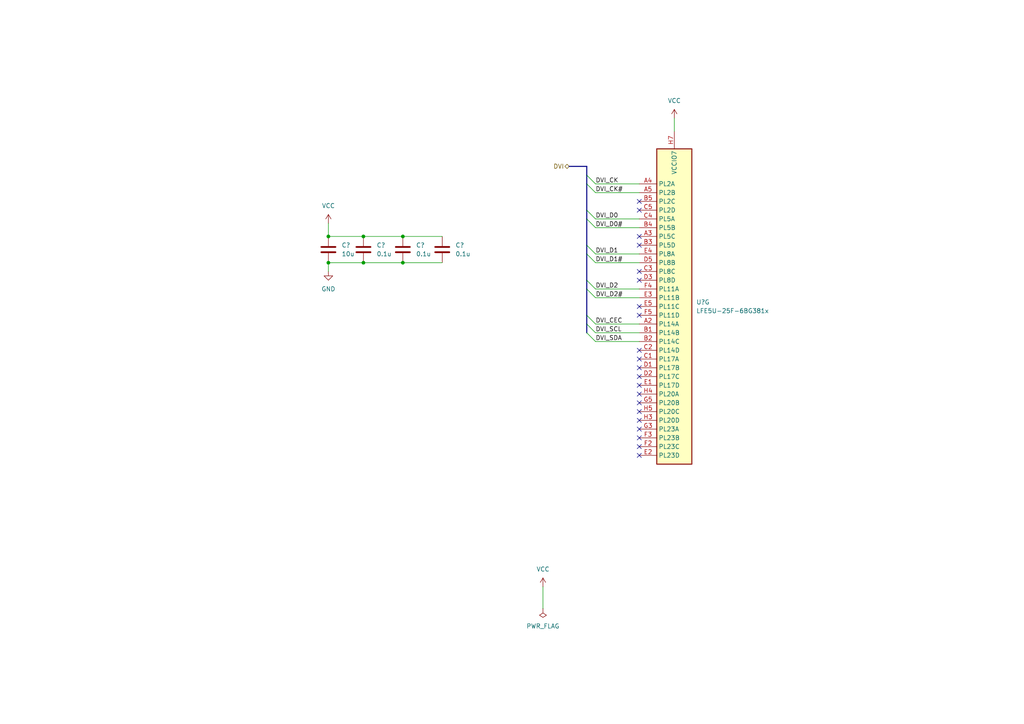
<source format=kicad_sch>
(kicad_sch (version 20211123) (generator eeschema)

  (uuid 8c280f55-0128-4b34-b644-39ded98c084a)

  (paper "A4")

  (lib_symbols
    (symbol "Device:C" (pin_numbers hide) (pin_names (offset 0.254)) (in_bom yes) (on_board yes)
      (property "Reference" "C" (id 0) (at 0.635 2.54 0)
        (effects (font (size 1.27 1.27)) (justify left))
      )
      (property "Value" "C" (id 1) (at 0.635 -2.54 0)
        (effects (font (size 1.27 1.27)) (justify left))
      )
      (property "Footprint" "" (id 2) (at 0.9652 -3.81 0)
        (effects (font (size 1.27 1.27)) hide)
      )
      (property "Datasheet" "~" (id 3) (at 0 0 0)
        (effects (font (size 1.27 1.27)) hide)
      )
      (property "ki_keywords" "cap capacitor" (id 4) (at 0 0 0)
        (effects (font (size 1.27 1.27)) hide)
      )
      (property "ki_description" "Unpolarized capacitor" (id 5) (at 0 0 0)
        (effects (font (size 1.27 1.27)) hide)
      )
      (property "ki_fp_filters" "C_*" (id 6) (at 0 0 0)
        (effects (font (size 1.27 1.27)) hide)
      )
      (symbol "C_0_1"
        (polyline
          (pts
            (xy -2.032 -0.762)
            (xy 2.032 -0.762)
          )
          (stroke (width 0.508) (type default) (color 0 0 0 0))
          (fill (type none))
        )
        (polyline
          (pts
            (xy -2.032 0.762)
            (xy 2.032 0.762)
          )
          (stroke (width 0.508) (type default) (color 0 0 0 0))
          (fill (type none))
        )
      )
      (symbol "C_1_1"
        (pin passive line (at 0 3.81 270) (length 2.794)
          (name "~" (effects (font (size 1.27 1.27))))
          (number "1" (effects (font (size 1.27 1.27))))
        )
        (pin passive line (at 0 -3.81 90) (length 2.794)
          (name "~" (effects (font (size 1.27 1.27))))
          (number "2" (effects (font (size 1.27 1.27))))
        )
      )
    )
    (symbol "fpga_extension_library:LFE5U-25F-6BG381x" (in_bom yes) (on_board yes)
      (property "Reference" "U" (id 0) (at 24.13 16.51 0)
        (effects (font (size 1.27 1.27)) (justify left))
      )
      (property "Value" "LFE5U-25F-6BG381x" (id 1) (at 24.13 13.97 0)
        (effects (font (size 1.27 1.27)) (justify left))
      )
      (property "Footprint" "Package_BGA:Lattice_caBGA-381_17.0x17.0mm_Layout20x20_P0.8mm_Ball0.4mm_Pad0.4mm_NSMD" (id 2) (at 11.43 72.39 0)
        (effects (font (size 1.27 1.27)) hide)
      )
      (property "Datasheet" "https://www.latticesemi.com/view_document?document_id=50461" (id 3) (at 11.43 72.39 0)
        (effects (font (size 1.27 1.27)) hide)
      )
      (property "ki_locked" "" (id 4) (at 0 0 0)
        (effects (font (size 1.27 1.27)))
      )
      (property "ki_keywords" "FPGA programmable logic" (id 5) (at 0 0 0)
        (effects (font (size 1.27 1.27)) hide)
      )
      (property "ki_description" "ECP5 FPGA, 84K LUTs, 1.2V, BGA-381" (id 6) (at 0 0 0)
        (effects (font (size 1.27 1.27)) hide)
      )
      (property "ki_fp_filters" "Lattice*caBGA*17.0x17.0mm*Layout20x20*P0.8mm*" (id 7) (at 0 0 0)
        (effects (font (size 1.27 1.27)) hide)
      )
      (symbol "LFE5U-25F-6BG381x_1_1"
        (rectangle (start -25.4 10.16) (end 25.4 -10.16)
          (stroke (width 0.3048) (type default) (color 0 0 0 0))
          (fill (type background))
        )
        (pin passive line (at 0 -15.24 90) (length 5.08) hide
          (name "GND" (effects (font (size 1.27 1.27))))
          (number "B14" (effects (font (size 1.27 1.27))))
        )
        (pin passive line (at 0 -15.24 90) (length 5.08) hide
          (name "GND" (effects (font (size 1.27 1.27))))
          (number "B7" (effects (font (size 1.27 1.27))))
        )
        (pin power_in line (at 0 -15.24 90) (length 5.08)
          (name "GND" (effects (font (size 1.27 1.27))))
          (number "C19" (effects (font (size 1.27 1.27))))
        )
        (pin passive line (at 0 -15.24 90) (length 5.08) hide
          (name "GND" (effects (font (size 1.27 1.27))))
          (number "D4" (effects (font (size 1.27 1.27))))
        )
        (pin passive line (at 0 -15.24 90) (length 5.08) hide
          (name "GND" (effects (font (size 1.27 1.27))))
          (number "F13" (effects (font (size 1.27 1.27))))
        )
        (pin passive line (at 0 -15.24 90) (length 5.08) hide
          (name "GND" (effects (font (size 1.27 1.27))))
          (number "F14" (effects (font (size 1.27 1.27))))
        )
        (pin passive line (at 12.7 15.24 270) (length 5.08) hide
          (name "VCCAUX" (effects (font (size 1.27 1.27))))
          (number "F15" (effects (font (size 1.27 1.27))))
        )
        (pin passive line (at 12.7 15.24 270) (length 5.08) hide
          (name "VCCAUX" (effects (font (size 1.27 1.27))))
          (number "F6" (effects (font (size 1.27 1.27))))
        )
        (pin passive line (at 0 -15.24 90) (length 5.08) hide
          (name "GND" (effects (font (size 1.27 1.27))))
          (number "F7" (effects (font (size 1.27 1.27))))
        )
        (pin passive line (at 0 -15.24 90) (length 5.08) hide
          (name "GND" (effects (font (size 1.27 1.27))))
          (number "F8" (effects (font (size 1.27 1.27))))
        )
        (pin passive line (at 0 -15.24 90) (length 5.08) hide
          (name "GND" (effects (font (size 1.27 1.27))))
          (number "G10" (effects (font (size 1.27 1.27))))
        )
        (pin passive line (at 0 -15.24 90) (length 5.08) hide
          (name "GND" (effects (font (size 1.27 1.27))))
          (number "G11" (effects (font (size 1.27 1.27))))
        )
        (pin passive line (at 0 -15.24 90) (length 5.08) hide
          (name "GND" (effects (font (size 1.27 1.27))))
          (number "G12" (effects (font (size 1.27 1.27))))
        )
        (pin passive line (at 0 -15.24 90) (length 5.08) hide
          (name "GND" (effects (font (size 1.27 1.27))))
          (number "G13" (effects (font (size 1.27 1.27))))
        )
        (pin passive line (at 0 -15.24 90) (length 5.08) hide
          (name "GND" (effects (font (size 1.27 1.27))))
          (number "G14" (effects (font (size 1.27 1.27))))
        )
        (pin passive line (at 0 -15.24 90) (length 5.08) hide
          (name "GND" (effects (font (size 1.27 1.27))))
          (number "G15" (effects (font (size 1.27 1.27))))
        )
        (pin passive line (at 0 -15.24 90) (length 5.08) hide
          (name "GND" (effects (font (size 1.27 1.27))))
          (number "G17" (effects (font (size 1.27 1.27))))
        )
        (pin passive line (at 0 -15.24 90) (length 5.08) hide
          (name "GND" (effects (font (size 1.27 1.27))))
          (number "G4" (effects (font (size 1.27 1.27))))
        )
        (pin passive line (at 0 -15.24 90) (length 5.08) hide
          (name "GND" (effects (font (size 1.27 1.27))))
          (number "G6" (effects (font (size 1.27 1.27))))
        )
        (pin passive line (at 0 -15.24 90) (length 5.08) hide
          (name "GND" (effects (font (size 1.27 1.27))))
          (number "G7" (effects (font (size 1.27 1.27))))
        )
        (pin passive line (at 0 -15.24 90) (length 5.08) hide
          (name "GND" (effects (font (size 1.27 1.27))))
          (number "G8" (effects (font (size 1.27 1.27))))
        )
        (pin passive line (at 0 -15.24 90) (length 5.08) hide
          (name "GND" (effects (font (size 1.27 1.27))))
          (number "G9" (effects (font (size 1.27 1.27))))
        )
        (pin passive line (at 0 15.24 270) (length 5.08) hide
          (name "VCC" (effects (font (size 1.27 1.27))))
          (number "H10" (effects (font (size 1.27 1.27))))
        )
        (pin passive line (at 0 15.24 270) (length 5.08) hide
          (name "VCC" (effects (font (size 1.27 1.27))))
          (number "H11" (effects (font (size 1.27 1.27))))
        )
        (pin passive line (at 0 15.24 270) (length 5.08) hide
          (name "VCC" (effects (font (size 1.27 1.27))))
          (number "H12" (effects (font (size 1.27 1.27))))
        )
        (pin power_in line (at 0 15.24 270) (length 5.08)
          (name "VCC" (effects (font (size 1.27 1.27))))
          (number "H13" (effects (font (size 1.27 1.27))))
        )
        (pin passive line (at 0 -15.24 90) (length 5.08) hide
          (name "GND" (effects (font (size 1.27 1.27))))
          (number "H19" (effects (font (size 1.27 1.27))))
        )
        (pin passive line (at 0 15.24 270) (length 5.08) hide
          (name "VCC" (effects (font (size 1.27 1.27))))
          (number "H8" (effects (font (size 1.27 1.27))))
        )
        (pin passive line (at 0 15.24 270) (length 5.08) hide
          (name "VCC" (effects (font (size 1.27 1.27))))
          (number "H9" (effects (font (size 1.27 1.27))))
        )
        (pin passive line (at 0 -15.24 90) (length 5.08) hide
          (name "GND" (effects (font (size 1.27 1.27))))
          (number "J10" (effects (font (size 1.27 1.27))))
        )
        (pin passive line (at 0 -15.24 90) (length 5.08) hide
          (name "GND" (effects (font (size 1.27 1.27))))
          (number "J11" (effects (font (size 1.27 1.27))))
        )
        (pin passive line (at 0 -15.24 90) (length 5.08) hide
          (name "GND" (effects (font (size 1.27 1.27))))
          (number "J12" (effects (font (size 1.27 1.27))))
        )
        (pin passive line (at 0 15.24 270) (length 5.08) hide
          (name "VCC" (effects (font (size 1.27 1.27))))
          (number "J13" (effects (font (size 1.27 1.27))))
        )
        (pin passive line (at 0 -15.24 90) (length 5.08) hide
          (name "GND" (effects (font (size 1.27 1.27))))
          (number "J14" (effects (font (size 1.27 1.27))))
        )
        (pin passive line (at 0 -15.24 90) (length 5.08) hide
          (name "GND" (effects (font (size 1.27 1.27))))
          (number "J2" (effects (font (size 1.27 1.27))))
        )
        (pin passive line (at 0 -15.24 90) (length 5.08) hide
          (name "GND" (effects (font (size 1.27 1.27))))
          (number "J7" (effects (font (size 1.27 1.27))))
        )
        (pin passive line (at 0 15.24 270) (length 5.08) hide
          (name "VCC" (effects (font (size 1.27 1.27))))
          (number "J8" (effects (font (size 1.27 1.27))))
        )
        (pin passive line (at 0 -15.24 90) (length 5.08) hide
          (name "GND" (effects (font (size 1.27 1.27))))
          (number "J9" (effects (font (size 1.27 1.27))))
        )
        (pin passive line (at 0 -15.24 90) (length 5.08) hide
          (name "GND" (effects (font (size 1.27 1.27))))
          (number "K10" (effects (font (size 1.27 1.27))))
        )
        (pin passive line (at 0 -15.24 90) (length 5.08) hide
          (name "GND" (effects (font (size 1.27 1.27))))
          (number "K11" (effects (font (size 1.27 1.27))))
        )
        (pin passive line (at 0 -15.24 90) (length 5.08) hide
          (name "GND" (effects (font (size 1.27 1.27))))
          (number "K12" (effects (font (size 1.27 1.27))))
        )
        (pin passive line (at 0 15.24 270) (length 5.08) hide
          (name "VCC" (effects (font (size 1.27 1.27))))
          (number "K13" (effects (font (size 1.27 1.27))))
        )
        (pin passive line (at 0 -15.24 90) (length 5.08) hide
          (name "GND" (effects (font (size 1.27 1.27))))
          (number "K14" (effects (font (size 1.27 1.27))))
        )
        (pin passive line (at 0 -15.24 90) (length 5.08) hide
          (name "GND" (effects (font (size 1.27 1.27))))
          (number "K15" (effects (font (size 1.27 1.27))))
        )
        (pin passive line (at 0 -15.24 90) (length 5.08) hide
          (name "GND" (effects (font (size 1.27 1.27))))
          (number "K6" (effects (font (size 1.27 1.27))))
        )
        (pin passive line (at 0 -15.24 90) (length 5.08) hide
          (name "GND" (effects (font (size 1.27 1.27))))
          (number "K7" (effects (font (size 1.27 1.27))))
        )
        (pin passive line (at 0 15.24 270) (length 5.08) hide
          (name "VCC" (effects (font (size 1.27 1.27))))
          (number "K8" (effects (font (size 1.27 1.27))))
        )
        (pin passive line (at 0 -15.24 90) (length 5.08) hide
          (name "GND" (effects (font (size 1.27 1.27))))
          (number "K9" (effects (font (size 1.27 1.27))))
        )
        (pin passive line (at 0 -15.24 90) (length 5.08) hide
          (name "GND" (effects (font (size 1.27 1.27))))
          (number "L10" (effects (font (size 1.27 1.27))))
        )
        (pin passive line (at 0 -15.24 90) (length 5.08) hide
          (name "GND" (effects (font (size 1.27 1.27))))
          (number "L11" (effects (font (size 1.27 1.27))))
        )
        (pin passive line (at 0 -15.24 90) (length 5.08) hide
          (name "GND" (effects (font (size 1.27 1.27))))
          (number "L12" (effects (font (size 1.27 1.27))))
        )
        (pin passive line (at 0 15.24 270) (length 5.08) hide
          (name "VCC" (effects (font (size 1.27 1.27))))
          (number "L13" (effects (font (size 1.27 1.27))))
        )
        (pin passive line (at 0 15.24 270) (length 5.08) hide
          (name "VCC" (effects (font (size 1.27 1.27))))
          (number "L8" (effects (font (size 1.27 1.27))))
        )
        (pin passive line (at 0 -15.24 90) (length 5.08) hide
          (name "GND" (effects (font (size 1.27 1.27))))
          (number "L9" (effects (font (size 1.27 1.27))))
        )
        (pin passive line (at 0 -15.24 90) (length 5.08) hide
          (name "GND" (effects (font (size 1.27 1.27))))
          (number "M10" (effects (font (size 1.27 1.27))))
        )
        (pin passive line (at 0 -15.24 90) (length 5.08) hide
          (name "GND" (effects (font (size 1.27 1.27))))
          (number "M11" (effects (font (size 1.27 1.27))))
        )
        (pin passive line (at 0 -15.24 90) (length 5.08) hide
          (name "GND" (effects (font (size 1.27 1.27))))
          (number "M12" (effects (font (size 1.27 1.27))))
        )
        (pin passive line (at 0 15.24 270) (length 5.08) hide
          (name "VCC" (effects (font (size 1.27 1.27))))
          (number "M13" (effects (font (size 1.27 1.27))))
        )
        (pin passive line (at 0 -15.24 90) (length 5.08) hide
          (name "GND" (effects (font (size 1.27 1.27))))
          (number "M14" (effects (font (size 1.27 1.27))))
        )
        (pin passive line (at 0 -15.24 90) (length 5.08) hide
          (name "GND" (effects (font (size 1.27 1.27))))
          (number "M16" (effects (font (size 1.27 1.27))))
        )
        (pin passive line (at 0 -15.24 90) (length 5.08) hide
          (name "GND" (effects (font (size 1.27 1.27))))
          (number "M2" (effects (font (size 1.27 1.27))))
        )
        (pin passive line (at 0 -15.24 90) (length 5.08) hide
          (name "GND" (effects (font (size 1.27 1.27))))
          (number "M7" (effects (font (size 1.27 1.27))))
        )
        (pin passive line (at 0 15.24 270) (length 5.08) hide
          (name "VCC" (effects (font (size 1.27 1.27))))
          (number "M8" (effects (font (size 1.27 1.27))))
        )
        (pin passive line (at 0 -15.24 90) (length 5.08) hide
          (name "GND" (effects (font (size 1.27 1.27))))
          (number "M9" (effects (font (size 1.27 1.27))))
        )
        (pin passive line (at 0 15.24 270) (length 5.08) hide
          (name "VCC" (effects (font (size 1.27 1.27))))
          (number "N10" (effects (font (size 1.27 1.27))))
        )
        (pin passive line (at 0 15.24 270) (length 5.08) hide
          (name "VCC" (effects (font (size 1.27 1.27))))
          (number "N11" (effects (font (size 1.27 1.27))))
        )
        (pin passive line (at 0 15.24 270) (length 5.08) hide
          (name "VCC" (effects (font (size 1.27 1.27))))
          (number "N12" (effects (font (size 1.27 1.27))))
        )
        (pin passive line (at 0 15.24 270) (length 5.08) hide
          (name "VCC" (effects (font (size 1.27 1.27))))
          (number "N13" (effects (font (size 1.27 1.27))))
        )
        (pin passive line (at 0 -15.24 90) (length 5.08) hide
          (name "GND" (effects (font (size 1.27 1.27))))
          (number "N14" (effects (font (size 1.27 1.27))))
        )
        (pin passive line (at 0 -15.24 90) (length 5.08) hide
          (name "GND" (effects (font (size 1.27 1.27))))
          (number "N15" (effects (font (size 1.27 1.27))))
        )
        (pin passive line (at 0 -15.24 90) (length 5.08) hide
          (name "GND" (effects (font (size 1.27 1.27))))
          (number "N6" (effects (font (size 1.27 1.27))))
        )
        (pin passive line (at 0 -15.24 90) (length 5.08) hide
          (name "GND" (effects (font (size 1.27 1.27))))
          (number "N7" (effects (font (size 1.27 1.27))))
        )
        (pin passive line (at 0 15.24 270) (length 5.08) hide
          (name "VCC" (effects (font (size 1.27 1.27))))
          (number "N8" (effects (font (size 1.27 1.27))))
        )
        (pin passive line (at 0 15.24 270) (length 5.08) hide
          (name "VCC" (effects (font (size 1.27 1.27))))
          (number "N9" (effects (font (size 1.27 1.27))))
        )
        (pin passive line (at 0 -15.24 90) (length 5.08) hide
          (name "GND" (effects (font (size 1.27 1.27))))
          (number "P11" (effects (font (size 1.27 1.27))))
        )
        (pin passive line (at 0 -15.24 90) (length 5.08) hide
          (name "GND" (effects (font (size 1.27 1.27))))
          (number "P12" (effects (font (size 1.27 1.27))))
        )
        (pin passive line (at 0 -15.24 90) (length 5.08) hide
          (name "GND" (effects (font (size 1.27 1.27))))
          (number "P13" (effects (font (size 1.27 1.27))))
        )
        (pin passive line (at 0 -15.24 90) (length 5.08) hide
          (name "GND" (effects (font (size 1.27 1.27))))
          (number "P14" (effects (font (size 1.27 1.27))))
        )
        (pin power_in line (at 12.7 15.24 270) (length 5.08)
          (name "VCCAUX" (effects (font (size 1.27 1.27))))
          (number "P15" (effects (font (size 1.27 1.27))))
        )
        (pin passive line (at 12.7 15.24 270) (length 5.08) hide
          (name "VCCAUX" (effects (font (size 1.27 1.27))))
          (number "P6" (effects (font (size 1.27 1.27))))
        )
        (pin passive line (at 0 -15.24 90) (length 5.08) hide
          (name "GND" (effects (font (size 1.27 1.27))))
          (number "P7" (effects (font (size 1.27 1.27))))
        )
        (pin passive line (at 0 -15.24 90) (length 5.08) hide
          (name "GND" (effects (font (size 1.27 1.27))))
          (number "P8" (effects (font (size 1.27 1.27))))
        )
        (pin passive line (at 0 -15.24 90) (length 5.08) hide
          (name "GND" (effects (font (size 1.27 1.27))))
          (number "R19" (effects (font (size 1.27 1.27))))
        )
        (pin passive line (at 0 -15.24 90) (length 5.08) hide
          (name "GND" (effects (font (size 1.27 1.27))))
          (number "T10" (effects (font (size 1.27 1.27))))
        )
        (pin passive line (at 0 -15.24 90) (length 5.08) hide
          (name "GND" (effects (font (size 1.27 1.27))))
          (number "T11" (effects (font (size 1.27 1.27))))
        )
        (pin passive line (at 0 -15.24 90) (length 5.08) hide
          (name "GND" (effects (font (size 1.27 1.27))))
          (number "T12" (effects (font (size 1.27 1.27))))
        )
        (pin passive line (at 0 -15.24 90) (length 5.08) hide
          (name "GND" (effects (font (size 1.27 1.27))))
          (number "T13" (effects (font (size 1.27 1.27))))
        )
        (pin passive line (at 0 -15.24 90) (length 5.08) hide
          (name "GND" (effects (font (size 1.27 1.27))))
          (number "T14" (effects (font (size 1.27 1.27))))
        )
        (pin passive line (at 0 -15.24 90) (length 5.08) hide
          (name "GND" (effects (font (size 1.27 1.27))))
          (number "T15" (effects (font (size 1.27 1.27))))
        )
        (pin passive line (at 0 -15.24 90) (length 5.08) hide
          (name "GND" (effects (font (size 1.27 1.27))))
          (number "T6" (effects (font (size 1.27 1.27))))
        )
        (pin passive line (at 0 -15.24 90) (length 5.08) hide
          (name "GND" (effects (font (size 1.27 1.27))))
          (number "T7" (effects (font (size 1.27 1.27))))
        )
        (pin passive line (at 0 -15.24 90) (length 5.08) hide
          (name "GND" (effects (font (size 1.27 1.27))))
          (number "T8" (effects (font (size 1.27 1.27))))
        )
        (pin passive line (at 0 -15.24 90) (length 5.08) hide
          (name "GND" (effects (font (size 1.27 1.27))))
          (number "T9" (effects (font (size 1.27 1.27))))
        )
        (pin passive line (at 0 -15.24 90) (length 5.08) hide
          (name "GND" (effects (font (size 1.27 1.27))))
          (number "U10" (effects (font (size 1.27 1.27))))
        )
        (pin passive line (at 0 -15.24 90) (length 5.08) hide
          (name "GND" (effects (font (size 1.27 1.27))))
          (number "U11" (effects (font (size 1.27 1.27))))
        )
        (pin passive line (at 0 -15.24 90) (length 5.08) hide
          (name "GND" (effects (font (size 1.27 1.27))))
          (number "U12" (effects (font (size 1.27 1.27))))
        )
        (pin passive line (at 0 -15.24 90) (length 5.08) hide
          (name "GND" (effects (font (size 1.27 1.27))))
          (number "U13" (effects (font (size 1.27 1.27))))
        )
        (pin passive line (at 0 -15.24 90) (length 5.08) hide
          (name "GND" (effects (font (size 1.27 1.27))))
          (number "U14" (effects (font (size 1.27 1.27))))
        )
        (pin passive line (at 0 -15.24 90) (length 5.08) hide
          (name "GND" (effects (font (size 1.27 1.27))))
          (number "U15" (effects (font (size 1.27 1.27))))
        )
        (pin passive line (at 0 -15.24 90) (length 5.08) hide
          (name "GND" (effects (font (size 1.27 1.27))))
          (number "U6" (effects (font (size 1.27 1.27))))
        )
        (pin passive line (at 0 -15.24 90) (length 5.08) hide
          (name "GND" (effects (font (size 1.27 1.27))))
          (number "U7" (effects (font (size 1.27 1.27))))
        )
        (pin passive line (at 0 -15.24 90) (length 5.08) hide
          (name "GND" (effects (font (size 1.27 1.27))))
          (number "U8" (effects (font (size 1.27 1.27))))
        )
        (pin passive line (at 0 -15.24 90) (length 5.08) hide
          (name "GND" (effects (font (size 1.27 1.27))))
          (number "U9" (effects (font (size 1.27 1.27))))
        )
        (pin passive line (at 0 -15.24 90) (length 5.08) hide
          (name "GND" (effects (font (size 1.27 1.27))))
          (number "V10" (effects (font (size 1.27 1.27))))
        )
        (pin passive line (at 0 -15.24 90) (length 5.08) hide
          (name "GND" (effects (font (size 1.27 1.27))))
          (number "V11" (effects (font (size 1.27 1.27))))
        )
        (pin passive line (at 0 -15.24 90) (length 5.08) hide
          (name "GND" (effects (font (size 1.27 1.27))))
          (number "V12" (effects (font (size 1.27 1.27))))
        )
        (pin passive line (at 0 -15.24 90) (length 5.08) hide
          (name "GND" (effects (font (size 1.27 1.27))))
          (number "V13" (effects (font (size 1.27 1.27))))
        )
        (pin passive line (at 0 -15.24 90) (length 5.08) hide
          (name "GND" (effects (font (size 1.27 1.27))))
          (number "V14" (effects (font (size 1.27 1.27))))
        )
        (pin passive line (at 0 -15.24 90) (length 5.08) hide
          (name "GND" (effects (font (size 1.27 1.27))))
          (number "V15" (effects (font (size 1.27 1.27))))
        )
        (pin passive line (at 0 -15.24 90) (length 5.08) hide
          (name "GND" (effects (font (size 1.27 1.27))))
          (number "V16" (effects (font (size 1.27 1.27))))
        )
        (pin passive line (at 0 -15.24 90) (length 5.08) hide
          (name "GND" (effects (font (size 1.27 1.27))))
          (number "V17" (effects (font (size 1.27 1.27))))
        )
        (pin passive line (at 0 -15.24 90) (length 5.08) hide
          (name "GND" (effects (font (size 1.27 1.27))))
          (number "V18" (effects (font (size 1.27 1.27))))
        )
        (pin passive line (at 0 -15.24 90) (length 5.08) hide
          (name "GND" (effects (font (size 1.27 1.27))))
          (number "V19" (effects (font (size 1.27 1.27))))
        )
        (pin passive line (at 0 -15.24 90) (length 5.08) hide
          (name "GND" (effects (font (size 1.27 1.27))))
          (number "V20" (effects (font (size 1.27 1.27))))
        )
        (pin passive line (at 0 -15.24 90) (length 5.08) hide
          (name "GND" (effects (font (size 1.27 1.27))))
          (number "V5" (effects (font (size 1.27 1.27))))
        )
        (pin passive line (at 0 -15.24 90) (length 5.08) hide
          (name "GND" (effects (font (size 1.27 1.27))))
          (number "V6" (effects (font (size 1.27 1.27))))
        )
        (pin passive line (at 0 -15.24 90) (length 5.08) hide
          (name "GND" (effects (font (size 1.27 1.27))))
          (number "V7" (effects (font (size 1.27 1.27))))
        )
        (pin passive line (at 0 -15.24 90) (length 5.08) hide
          (name "GND" (effects (font (size 1.27 1.27))))
          (number "V8" (effects (font (size 1.27 1.27))))
        )
        (pin passive line (at 0 -15.24 90) (length 5.08) hide
          (name "GND" (effects (font (size 1.27 1.27))))
          (number "V9" (effects (font (size 1.27 1.27))))
        )
        (pin passive line (at 0 -15.24 90) (length 5.08) hide
          (name "GND" (effects (font (size 1.27 1.27))))
          (number "W12" (effects (font (size 1.27 1.27))))
        )
        (pin no_connect line (at 25.4 -5.08 180) (length 5.08) hide
          (name "RESERVED" (effects (font (size 1.27 1.27))))
          (number "W13" (effects (font (size 1.27 1.27))))
        )
        (pin no_connect line (at 25.4 -2.54 180) (length 5.08) hide
          (name "RESERVED" (effects (font (size 1.27 1.27))))
          (number "W14" (effects (font (size 1.27 1.27))))
        )
        (pin passive line (at 0 -15.24 90) (length 5.08) hide
          (name "GND" (effects (font (size 1.27 1.27))))
          (number "W15" (effects (font (size 1.27 1.27))))
        )
        (pin passive line (at 0 -15.24 90) (length 5.08) hide
          (name "GND" (effects (font (size 1.27 1.27))))
          (number "W16" (effects (font (size 1.27 1.27))))
        )
        (pin no_connect line (at 25.4 0 180) (length 5.08) hide
          (name "RESERVED" (effects (font (size 1.27 1.27))))
          (number "W17" (effects (font (size 1.27 1.27))))
        )
        (pin no_connect line (at 25.4 2.54 180) (length 5.08) hide
          (name "RESERVED" (effects (font (size 1.27 1.27))))
          (number "W18" (effects (font (size 1.27 1.27))))
        )
        (pin passive line (at 0 -15.24 90) (length 5.08) hide
          (name "GND" (effects (font (size 1.27 1.27))))
          (number "W19" (effects (font (size 1.27 1.27))))
        )
        (pin passive line (at 0 -15.24 90) (length 5.08) hide
          (name "GND" (effects (font (size 1.27 1.27))))
          (number "W20" (effects (font (size 1.27 1.27))))
        )
        (pin no_connect line (at -25.4 2.54 0) (length 5.08) hide
          (name "RESERVED" (effects (font (size 1.27 1.27))))
          (number "W4" (effects (font (size 1.27 1.27))))
        )
        (pin no_connect line (at -25.4 0 0) (length 5.08) hide
          (name "RESERVED" (effects (font (size 1.27 1.27))))
          (number "W5" (effects (font (size 1.27 1.27))))
        )
        (pin passive line (at 0 -15.24 90) (length 5.08) hide
          (name "GND" (effects (font (size 1.27 1.27))))
          (number "W6" (effects (font (size 1.27 1.27))))
        )
        (pin passive line (at 0 -15.24 90) (length 5.08) hide
          (name "GND" (effects (font (size 1.27 1.27))))
          (number "W7" (effects (font (size 1.27 1.27))))
        )
        (pin no_connect line (at -25.4 -2.54 0) (length 5.08) hide
          (name "RESERVED" (effects (font (size 1.27 1.27))))
          (number "W8" (effects (font (size 1.27 1.27))))
        )
        (pin no_connect line (at -25.4 -5.08 0) (length 5.08) hide
          (name "RESERVED" (effects (font (size 1.27 1.27))))
          (number "W9" (effects (font (size 1.27 1.27))))
        )
        (pin passive line (at 0 -15.24 90) (length 5.08) hide
          (name "GND" (effects (font (size 1.27 1.27))))
          (number "Y11" (effects (font (size 1.27 1.27))))
        )
        (pin passive line (at 0 -15.24 90) (length 5.08) hide
          (name "GND" (effects (font (size 1.27 1.27))))
          (number "Y12" (effects (font (size 1.27 1.27))))
        )
        (pin passive line (at 0 -15.24 90) (length 5.08) hide
          (name "GND" (effects (font (size 1.27 1.27))))
          (number "Y14" (effects (font (size 1.27 1.27))))
        )
        (pin passive line (at 0 -15.24 90) (length 5.08) hide
          (name "GND" (effects (font (size 1.27 1.27))))
          (number "Y15" (effects (font (size 1.27 1.27))))
        )
        (pin passive line (at 0 -15.24 90) (length 5.08) hide
          (name "GND" (effects (font (size 1.27 1.27))))
          (number "Y16" (effects (font (size 1.27 1.27))))
        )
        (pin passive line (at 0 -15.24 90) (length 5.08) hide
          (name "GND" (effects (font (size 1.27 1.27))))
          (number "Y17" (effects (font (size 1.27 1.27))))
        )
        (pin passive line (at 0 -15.24 90) (length 5.08) hide
          (name "GND" (effects (font (size 1.27 1.27))))
          (number "Y19" (effects (font (size 1.27 1.27))))
        )
        (pin passive line (at 0 -15.24 90) (length 5.08) hide
          (name "GND" (effects (font (size 1.27 1.27))))
          (number "Y5" (effects (font (size 1.27 1.27))))
        )
        (pin passive line (at 0 -15.24 90) (length 5.08) hide
          (name "GND" (effects (font (size 1.27 1.27))))
          (number "Y6" (effects (font (size 1.27 1.27))))
        )
        (pin passive line (at 0 -15.24 90) (length 5.08) hide
          (name "GND" (effects (font (size 1.27 1.27))))
          (number "Y7" (effects (font (size 1.27 1.27))))
        )
        (pin passive line (at 0 -15.24 90) (length 5.08) hide
          (name "GND" (effects (font (size 1.27 1.27))))
          (number "Y8" (effects (font (size 1.27 1.27))))
        )
      )
      (symbol "LFE5U-25F-6BG381x_2_1"
        (rectangle (start -5.08 40.64) (end 5.08 -40.64)
          (stroke (width 0.3048) (type default) (color 0 0 0 0))
          (fill (type background))
        )
        (pin bidirectional line (at -10.16 -27.94 0) (length 5.08)
          (name "PT27A" (effects (font (size 1.27 1.27))))
          (number "A10" (effects (font (size 1.27 1.27))))
        )
        (pin bidirectional line (at -10.16 -30.48 0) (length 5.08)
          (name "PT27B" (effects (font (size 1.27 1.27))))
          (number "A11" (effects (font (size 1.27 1.27))))
        )
        (pin bidirectional line (at -10.16 30.48 0) (length 5.08)
          (name "PT4A" (effects (font (size 1.27 1.27))))
          (number "A6" (effects (font (size 1.27 1.27))))
        )
        (pin bidirectional line (at -10.16 0 0) (length 5.08)
          (name "PT18A" (effects (font (size 1.27 1.27))))
          (number "A7" (effects (font (size 1.27 1.27))))
        )
        (pin bidirectional line (at -10.16 -2.54 0) (length 5.08)
          (name "PT18B" (effects (font (size 1.27 1.27))))
          (number "A8" (effects (font (size 1.27 1.27))))
        )
        (pin bidirectional line (at -10.16 -22.86 0) (length 5.08)
          (name "PT24A" (effects (font (size 1.27 1.27))))
          (number "A9" (effects (font (size 1.27 1.27))))
        )
        (pin bidirectional line (at -10.16 -25.4 0) (length 5.08)
          (name "PT24B" (effects (font (size 1.27 1.27))))
          (number "B10" (effects (font (size 1.27 1.27))))
        )
        (pin bidirectional line (at -10.16 -33.02 0) (length 5.08)
          (name "PT29A" (effects (font (size 1.27 1.27))))
          (number "B11" (effects (font (size 1.27 1.27))))
        )
        (pin bidirectional line (at -10.16 27.94 0) (length 5.08)
          (name "PT4B" (effects (font (size 1.27 1.27))))
          (number "B6" (effects (font (size 1.27 1.27))))
        )
        (pin bidirectional line (at -10.16 2.54 0) (length 5.08)
          (name "PT15B" (effects (font (size 1.27 1.27))))
          (number "B8" (effects (font (size 1.27 1.27))))
        )
        (pin bidirectional line (at -10.16 -17.78 0) (length 5.08)
          (name "PT22A" (effects (font (size 1.27 1.27))))
          (number "B9" (effects (font (size 1.27 1.27))))
        )
        (pin bidirectional line (at -10.16 -20.32 0) (length 5.08)
          (name "PT22B" (effects (font (size 1.27 1.27))))
          (number "C10" (effects (font (size 1.27 1.27))))
        )
        (pin bidirectional line (at -10.16 -35.56 0) (length 5.08)
          (name "PT29B" (effects (font (size 1.27 1.27))))
          (number "C11" (effects (font (size 1.27 1.27))))
        )
        (pin bidirectional line (at -10.16 15.24 0) (length 5.08)
          (name "PT11A" (effects (font (size 1.27 1.27))))
          (number "C6" (effects (font (size 1.27 1.27))))
        )
        (pin bidirectional line (at -10.16 12.7 0) (length 5.08)
          (name "PT11B" (effects (font (size 1.27 1.27))))
          (number "C7" (effects (font (size 1.27 1.27))))
        )
        (pin bidirectional line (at -10.16 5.08 0) (length 5.08)
          (name "PT15A" (effects (font (size 1.27 1.27))))
          (number "C8" (effects (font (size 1.27 1.27))))
        )
        (pin no_connect line (at -10.16 -10.16 0) (length 5.08)
          (name "NC" (effects (font (size 1.27 1.27))))
          (number "C9" (effects (font (size 1.27 1.27))))
        )
        (pin no_connect line (at -10.16 -12.7 0) (length 5.08)
          (name "NC" (effects (font (size 1.27 1.27))))
          (number "D10" (effects (font (size 1.27 1.27))))
        )
        (pin bidirectional line (at -10.16 22.86 0) (length 5.08)
          (name "PT6B" (effects (font (size 1.27 1.27))))
          (number "D6" (effects (font (size 1.27 1.27))))
        )
        (pin bidirectional line (at -10.16 17.78 0) (length 5.08)
          (name "PT9B" (effects (font (size 1.27 1.27))))
          (number "D7" (effects (font (size 1.27 1.27))))
        )
        (pin bidirectional line (at -10.16 7.62 0) (length 5.08)
          (name "PT13B" (effects (font (size 1.27 1.27))))
          (number "D8" (effects (font (size 1.27 1.27))))
        )
        (pin bidirectional line (at -10.16 -5.08 0) (length 5.08)
          (name "PT20A" (effects (font (size 1.27 1.27))))
          (number "D9" (effects (font (size 1.27 1.27))))
        )
        (pin no_connect line (at -10.16 -15.24 0) (length 5.08)
          (name "NC" (effects (font (size 1.27 1.27))))
          (number "E10" (effects (font (size 1.27 1.27))))
        )
        (pin bidirectional line (at -10.16 25.4 0) (length 5.08)
          (name "PT6A" (effects (font (size 1.27 1.27))))
          (number "E6" (effects (font (size 1.27 1.27))))
        )
        (pin bidirectional line (at -10.16 20.32 0) (length 5.08)
          (name "PT9A" (effects (font (size 1.27 1.27))))
          (number "E7" (effects (font (size 1.27 1.27))))
        )
        (pin bidirectional line (at -10.16 10.16 0) (length 5.08)
          (name "PT13A" (effects (font (size 1.27 1.27))))
          (number "E8" (effects (font (size 1.27 1.27))))
        )
        (pin bidirectional line (at -10.16 -7.62 0) (length 5.08)
          (name "PT20B" (effects (font (size 1.27 1.27))))
          (number "E9" (effects (font (size 1.27 1.27))))
        )
        (pin power_in line (at 0 45.72 270) (length 5.08)
          (name "VCCIO0" (effects (font (size 1.27 1.27))))
          (number "F10" (effects (font (size 1.27 1.27))))
        )
        (pin passive line (at 0 45.72 270) (length 5.08) hide
          (name "VCCIO0" (effects (font (size 1.27 1.27))))
          (number "F9" (effects (font (size 1.27 1.27))))
        )
      )
      (symbol "LFE5U-25F-6BG381x_3_1"
        (rectangle (start -5.08 48.26) (end 5.08 -48.26)
          (stroke (width 0.3048) (type default) (color 0 0 0 0))
          (fill (type background))
        )
        (pin bidirectional line (at -10.16 22.86 0) (length 5.08)
          (name "PT40A" (effects (font (size 1.27 1.27))))
          (number "A12" (effects (font (size 1.27 1.27))))
        )
        (pin bidirectional line (at -10.16 20.32 0) (length 5.08)
          (name "PT40B" (effects (font (size 1.27 1.27))))
          (number "A13" (effects (font (size 1.27 1.27))))
        )
        (pin bidirectional line (at -10.16 7.62 0) (length 5.08)
          (name "PT47A" (effects (font (size 1.27 1.27))))
          (number "A14" (effects (font (size 1.27 1.27))))
        )
        (pin no_connect line (at -10.16 -2.54 0) (length 5.08)
          (name "NC" (effects (font (size 1.27 1.27))))
          (number "A15" (effects (font (size 1.27 1.27))))
        )
        (pin bidirectional line (at -10.16 -15.24 0) (length 5.08)
          (name "PT56A" (effects (font (size 1.27 1.27))))
          (number "A16" (effects (font (size 1.27 1.27))))
        )
        (pin bidirectional line (at -10.16 -30.48 0) (length 5.08)
          (name "PT62A" (effects (font (size 1.27 1.27))))
          (number "A17" (effects (font (size 1.27 1.27))))
        )
        (pin bidirectional line (at -10.16 -35.56 0) (length 5.08)
          (name "PT65A" (effects (font (size 1.27 1.27))))
          (number "A18" (effects (font (size 1.27 1.27))))
        )
        (pin bidirectional line (at -10.16 -40.64 0) (length 5.08)
          (name "PT67A" (effects (font (size 1.27 1.27))))
          (number "A19" (effects (font (size 1.27 1.27))))
        )
        (pin bidirectional line (at -10.16 33.02 0) (length 5.08)
          (name "PT35A" (effects (font (size 1.27 1.27))))
          (number "B12" (effects (font (size 1.27 1.27))))
        )
        (pin bidirectional line (at -10.16 17.78 0) (length 5.08)
          (name "PT42A" (effects (font (size 1.27 1.27))))
          (number "B13" (effects (font (size 1.27 1.27))))
        )
        (pin bidirectional line (at -10.16 -5.08 0) (length 5.08)
          (name "PT51A" (effects (font (size 1.27 1.27))))
          (number "B15" (effects (font (size 1.27 1.27))))
        )
        (pin bidirectional line (at -10.16 -17.78 0) (length 5.08)
          (name "PT56B" (effects (font (size 1.27 1.27))))
          (number "B16" (effects (font (size 1.27 1.27))))
        )
        (pin bidirectional line (at -10.16 -25.4 0) (length 5.08)
          (name "PT60A" (effects (font (size 1.27 1.27))))
          (number "B17" (effects (font (size 1.27 1.27))))
        )
        (pin bidirectional line (at -10.16 -33.02 0) (length 5.08)
          (name "PT62B" (effects (font (size 1.27 1.27))))
          (number "B18" (effects (font (size 1.27 1.27))))
        )
        (pin bidirectional line (at -10.16 -38.1 0) (length 5.08)
          (name "PT65B" (effects (font (size 1.27 1.27))))
          (number "B19" (effects (font (size 1.27 1.27))))
        )
        (pin bidirectional line (at -10.16 -43.18 0) (length 5.08)
          (name "PT67B" (effects (font (size 1.27 1.27))))
          (number "B20" (effects (font (size 1.27 1.27))))
        )
        (pin bidirectional line (at -10.16 30.48 0) (length 5.08)
          (name "PT35B" (effects (font (size 1.27 1.27))))
          (number "C12" (effects (font (size 1.27 1.27))))
        )
        (pin bidirectional line (at -10.16 15.24 0) (length 5.08)
          (name "PT42B" (effects (font (size 1.27 1.27))))
          (number "C13" (effects (font (size 1.27 1.27))))
        )
        (pin bidirectional line (at -10.16 5.08 0) (length 5.08)
          (name "PT47B" (effects (font (size 1.27 1.27))))
          (number "C14" (effects (font (size 1.27 1.27))))
        )
        (pin bidirectional line (at -10.16 -7.62 0) (length 5.08)
          (name "PT51B" (effects (font (size 1.27 1.27))))
          (number "C15" (effects (font (size 1.27 1.27))))
        )
        (pin bidirectional line (at -10.16 -20.32 0) (length 5.08)
          (name "PT58A" (effects (font (size 1.27 1.27))))
          (number "C16" (effects (font (size 1.27 1.27))))
        )
        (pin bidirectional line (at -10.16 -27.94 0) (length 5.08)
          (name "PT60B" (effects (font (size 1.27 1.27))))
          (number "C17" (effects (font (size 1.27 1.27))))
        )
        (pin bidirectional line (at -10.16 38.1 0) (length 5.08)
          (name "PT33A" (effects (font (size 1.27 1.27))))
          (number "D11" (effects (font (size 1.27 1.27))))
        )
        (pin bidirectional line (at -10.16 27.94 0) (length 5.08)
          (name "PT38A" (effects (font (size 1.27 1.27))))
          (number "D12" (effects (font (size 1.27 1.27))))
        )
        (pin bidirectional line (at -10.16 12.7 0) (length 5.08)
          (name "PT44A" (effects (font (size 1.27 1.27))))
          (number "D13" (effects (font (size 1.27 1.27))))
        )
        (pin bidirectional line (at -10.16 2.54 0) (length 5.08)
          (name "PT49A" (effects (font (size 1.27 1.27))))
          (number "D14" (effects (font (size 1.27 1.27))))
        )
        (pin bidirectional line (at -10.16 -10.16 0) (length 5.08)
          (name "PT53A" (effects (font (size 1.27 1.27))))
          (number "D15" (effects (font (size 1.27 1.27))))
        )
        (pin bidirectional line (at -10.16 -22.86 0) (length 5.08)
          (name "PT58B" (effects (font (size 1.27 1.27))))
          (number "D16" (effects (font (size 1.27 1.27))))
        )
        (pin bidirectional line (at -10.16 35.56 0) (length 5.08)
          (name "PT33B" (effects (font (size 1.27 1.27))))
          (number "E11" (effects (font (size 1.27 1.27))))
        )
        (pin bidirectional line (at -10.16 25.4 0) (length 5.08)
          (name "PT38B" (effects (font (size 1.27 1.27))))
          (number "E12" (effects (font (size 1.27 1.27))))
        )
        (pin bidirectional line (at -10.16 10.16 0) (length 5.08)
          (name "PT44B" (effects (font (size 1.27 1.27))))
          (number "E13" (effects (font (size 1.27 1.27))))
        )
        (pin bidirectional line (at -10.16 0 0) (length 5.08)
          (name "PT49B" (effects (font (size 1.27 1.27))))
          (number "E14" (effects (font (size 1.27 1.27))))
        )
        (pin bidirectional line (at -10.16 -12.7 0) (length 5.08)
          (name "PT53B" (effects (font (size 1.27 1.27))))
          (number "E15" (effects (font (size 1.27 1.27))))
        )
        (pin passive line (at 0 53.34 270) (length 5.08) hide
          (name "VCCIO1" (effects (font (size 1.27 1.27))))
          (number "F11" (effects (font (size 1.27 1.27))))
        )
        (pin power_in line (at 0 53.34 270) (length 5.08)
          (name "VCCIO1" (effects (font (size 1.27 1.27))))
          (number "F12" (effects (font (size 1.27 1.27))))
        )
      )
      (symbol "LFE5U-25F-6BG381x_4_1"
        (rectangle (start -5.08 48.26) (end 5.08 -48.26)
          (stroke (width 0.3048) (type default) (color 0 0 0 0))
          (fill (type background))
        )
        (pin bidirectional line (at -10.16 38.1 0) (length 5.08)
          (name "PR2A" (effects (font (size 1.27 1.27))))
          (number "C18" (effects (font (size 1.27 1.27))))
        )
        (pin bidirectional line (at -10.16 -7.62 0) (length 5.08)
          (name "PR14A" (effects (font (size 1.27 1.27))))
          (number "C20" (effects (font (size 1.27 1.27))))
        )
        (pin bidirectional line (at -10.16 35.56 0) (length 5.08)
          (name "PR2B" (effects (font (size 1.27 1.27))))
          (number "D17" (effects (font (size 1.27 1.27))))
        )
        (pin bidirectional line (at -10.16 27.94 0) (length 5.08)
          (name "PR5A" (effects (font (size 1.27 1.27))))
          (number "D18" (effects (font (size 1.27 1.27))))
        )
        (pin bidirectional line (at -10.16 -10.16 0) (length 5.08)
          (name "PR14B" (effects (font (size 1.27 1.27))))
          (number "D19" (effects (font (size 1.27 1.27))))
        )
        (pin bidirectional line (at -10.16 -12.7 0) (length 5.08)
          (name "PR14C" (effects (font (size 1.27 1.27))))
          (number "D20" (effects (font (size 1.27 1.27))))
        )
        (pin bidirectional line (at -10.16 33.02 0) (length 5.08)
          (name "PR2C" (effects (font (size 1.27 1.27))))
          (number "E16" (effects (font (size 1.27 1.27))))
        )
        (pin bidirectional line (at -10.16 25.4 0) (length 5.08)
          (name "PR5B" (effects (font (size 1.27 1.27))))
          (number "E17" (effects (font (size 1.27 1.27))))
        )
        (pin bidirectional line (at -10.16 22.86 0) (length 5.08)
          (name "PR5C" (effects (font (size 1.27 1.27))))
          (number "E18" (effects (font (size 1.27 1.27))))
        )
        (pin bidirectional line (at -10.16 -15.24 0) (length 5.08)
          (name "PR14D" (effects (font (size 1.27 1.27))))
          (number "E19" (effects (font (size 1.27 1.27))))
        )
        (pin bidirectional line (at -10.16 -17.78 0) (length 5.08)
          (name "PR17A" (effects (font (size 1.27 1.27))))
          (number "E20" (effects (font (size 1.27 1.27))))
        )
        (pin bidirectional line (at -10.16 30.48 0) (length 5.08)
          (name "PR2D" (effects (font (size 1.27 1.27))))
          (number "F16" (effects (font (size 1.27 1.27))))
        )
        (pin bidirectional line (at -10.16 17.78 0) (length 5.08)
          (name "PR8A" (effects (font (size 1.27 1.27))))
          (number "F17" (effects (font (size 1.27 1.27))))
        )
        (pin bidirectional line (at -10.16 20.32 0) (length 5.08)
          (name "PR5D" (effects (font (size 1.27 1.27))))
          (number "F18" (effects (font (size 1.27 1.27))))
        )
        (pin bidirectional line (at -10.16 -20.32 0) (length 5.08)
          (name "PR17B" (effects (font (size 1.27 1.27))))
          (number "F19" (effects (font (size 1.27 1.27))))
        )
        (pin bidirectional line (at -10.16 -22.86 0) (length 5.08)
          (name "PR17C" (effects (font (size 1.27 1.27))))
          (number "F20" (effects (font (size 1.27 1.27))))
        )
        (pin bidirectional line (at -10.16 12.7 0) (length 5.08)
          (name "PR8C" (effects (font (size 1.27 1.27))))
          (number "G16" (effects (font (size 1.27 1.27))))
        )
        (pin bidirectional line (at -10.16 15.24 0) (length 5.08)
          (name "PR8B" (effects (font (size 1.27 1.27))))
          (number "G18" (effects (font (size 1.27 1.27))))
        )
        (pin bidirectional line (at -10.16 -27.94 0) (length 5.08)
          (name "PR20A" (effects (font (size 1.27 1.27))))
          (number "G19" (effects (font (size 1.27 1.27))))
        )
        (pin bidirectional line (at -10.16 -25.4 0) (length 5.08)
          (name "PR17D" (effects (font (size 1.27 1.27))))
          (number "G20" (effects (font (size 1.27 1.27))))
        )
        (pin passive line (at 0 53.34 270) (length 5.08) hide
          (name "VCCIO2" (effects (font (size 1.27 1.27))))
          (number "H14" (effects (font (size 1.27 1.27))))
        )
        (pin power_in line (at 0 53.34 270) (length 5.08)
          (name "VCCIO2" (effects (font (size 1.27 1.27))))
          (number "H15" (effects (font (size 1.27 1.27))))
        )
        (pin bidirectional line (at -10.16 10.16 0) (length 5.08)
          (name "PR8D" (effects (font (size 1.27 1.27))))
          (number "H16" (effects (font (size 1.27 1.27))))
        )
        (pin bidirectional line (at -10.16 5.08 0) (length 5.08)
          (name "PR11B" (effects (font (size 1.27 1.27))))
          (number "H17" (effects (font (size 1.27 1.27))))
        )
        (pin bidirectional line (at -10.16 7.62 0) (length 5.08)
          (name "PR11A" (effects (font (size 1.27 1.27))))
          (number "H18" (effects (font (size 1.27 1.27))))
        )
        (pin bidirectional line (at -10.16 -30.48 0) (length 5.08)
          (name "PR20B" (effects (font (size 1.27 1.27))))
          (number "H20" (effects (font (size 1.27 1.27))))
        )
        (pin passive line (at 0 53.34 270) (length 5.08) hide
          (name "VCCIO2" (effects (font (size 1.27 1.27))))
          (number "J15" (effects (font (size 1.27 1.27))))
        )
        (pin bidirectional line (at -10.16 0 0) (length 5.08)
          (name "PR11D" (effects (font (size 1.27 1.27))))
          (number "J16" (effects (font (size 1.27 1.27))))
        )
        (pin bidirectional line (at -10.16 2.54 0) (length 5.08)
          (name "PR11C" (effects (font (size 1.27 1.27))))
          (number "J17" (effects (font (size 1.27 1.27))))
        )
        (pin bidirectional line (at -10.16 -33.02 0) (length 5.08)
          (name "PR20C" (effects (font (size 1.27 1.27))))
          (number "J18" (effects (font (size 1.27 1.27))))
        )
        (pin bidirectional line (at -10.16 -38.1 0) (length 5.08)
          (name "PR23A" (effects (font (size 1.27 1.27))))
          (number "J19" (effects (font (size 1.27 1.27))))
        )
        (pin bidirectional line (at -10.16 -43.18 0) (length 5.08)
          (name "PR23C" (effects (font (size 1.27 1.27))))
          (number "J20" (effects (font (size 1.27 1.27))))
        )
        (pin no_connect line (at -10.16 -2.54 0) (length 5.08)
          (name "NC" (effects (font (size 1.27 1.27))))
          (number "K16" (effects (font (size 1.27 1.27))))
        )
        (pin no_connect line (at -10.16 -5.08 0) (length 5.08)
          (name "NC" (effects (font (size 1.27 1.27))))
          (number "K17" (effects (font (size 1.27 1.27))))
        )
        (pin bidirectional line (at -10.16 -35.56 0) (length 5.08)
          (name "PR20D" (effects (font (size 1.27 1.27))))
          (number "K18" (effects (font (size 1.27 1.27))))
        )
        (pin bidirectional line (at -10.16 -40.64 0) (length 5.08)
          (name "PR23B" (effects (font (size 1.27 1.27))))
          (number "K19" (effects (font (size 1.27 1.27))))
        )
        (pin bidirectional line (at -10.16 -45.72 0) (length 5.08)
          (name "PR23D" (effects (font (size 1.27 1.27))))
          (number "K20" (effects (font (size 1.27 1.27))))
        )
      )
      (symbol "LFE5U-25F-6BG381x_5_1"
        (rectangle (start -5.08 48.26) (end 5.08 -48.26)
          (stroke (width 0.3048) (type default) (color 0 0 0 0))
          (fill (type background))
        )
        (pin passive line (at 0 53.34 270) (length 5.08) hide
          (name "VCCIO3" (effects (font (size 1.27 1.27))))
          (number "L14" (effects (font (size 1.27 1.27))))
        )
        (pin power_in line (at 0 53.34 270) (length 5.08)
          (name "VCCIO3" (effects (font (size 1.27 1.27))))
          (number "L15" (effects (font (size 1.27 1.27))))
        )
        (pin bidirectional line (at -10.16 27.94 0) (length 5.08)
          (name "PR29A" (effects (font (size 1.27 1.27))))
          (number "L16" (effects (font (size 1.27 1.27))))
        )
        (pin bidirectional line (at -10.16 25.4 0) (length 5.08)
          (name "PR29B" (effects (font (size 1.27 1.27))))
          (number "L17" (effects (font (size 1.27 1.27))))
        )
        (pin bidirectional line (at -10.16 22.86 0) (length 5.08)
          (name "PR29C" (effects (font (size 1.27 1.27))))
          (number "L18" (effects (font (size 1.27 1.27))))
        )
        (pin bidirectional line (at -10.16 33.02 0) (length 5.08)
          (name "PR26C" (effects (font (size 1.27 1.27))))
          (number "L19" (effects (font (size 1.27 1.27))))
        )
        (pin bidirectional line (at -10.16 38.1 0) (length 5.08)
          (name "PR26A" (effects (font (size 1.27 1.27))))
          (number "L20" (effects (font (size 1.27 1.27))))
        )
        (pin passive line (at 0 53.34 270) (length 5.08) hide
          (name "VCCIO3" (effects (font (size 1.27 1.27))))
          (number "M15" (effects (font (size 1.27 1.27))))
        )
        (pin bidirectional line (at -10.16 15.24 0) (length 5.08)
          (name "PR32B" (effects (font (size 1.27 1.27))))
          (number "M17" (effects (font (size 1.27 1.27))))
        )
        (pin bidirectional line (at -10.16 20.32 0) (length 5.08)
          (name "PR29D" (effects (font (size 1.27 1.27))))
          (number "M18" (effects (font (size 1.27 1.27))))
        )
        (pin bidirectional line (at -10.16 30.48 0) (length 5.08)
          (name "PR26D" (effects (font (size 1.27 1.27))))
          (number "M19" (effects (font (size 1.27 1.27))))
        )
        (pin bidirectional line (at -10.16 35.56 0) (length 5.08)
          (name "PR26B" (effects (font (size 1.27 1.27))))
          (number "M20" (effects (font (size 1.27 1.27))))
        )
        (pin bidirectional line (at -10.16 17.78 0) (length 5.08)
          (name "PR32A" (effects (font (size 1.27 1.27))))
          (number "N16" (effects (font (size 1.27 1.27))))
        )
        (pin bidirectional line (at -10.16 7.62 0) (length 5.08)
          (name "PR35A" (effects (font (size 1.27 1.27))))
          (number "N17" (effects (font (size 1.27 1.27))))
        )
        (pin bidirectional line (at -10.16 12.7 0) (length 5.08)
          (name "PR32C" (effects (font (size 1.27 1.27))))
          (number "N18" (effects (font (size 1.27 1.27))))
        )
        (pin bidirectional line (at -10.16 -5.08 0) (length 5.08)
          (name "PR38A" (effects (font (size 1.27 1.27))))
          (number "N19" (effects (font (size 1.27 1.27))))
        )
        (pin bidirectional line (at -10.16 -7.62 0) (length 5.08)
          (name "PR38B" (effects (font (size 1.27 1.27))))
          (number "N20" (effects (font (size 1.27 1.27))))
        )
        (pin bidirectional line (at -10.16 5.08 0) (length 5.08)
          (name "PR35B" (effects (font (size 1.27 1.27))))
          (number "P16" (effects (font (size 1.27 1.27))))
        )
        (pin bidirectional line (at -10.16 10.16 0) (length 5.08)
          (name "PR32D" (effects (font (size 1.27 1.27))))
          (number "P17" (effects (font (size 1.27 1.27))))
        )
        (pin bidirectional line (at -10.16 -12.7 0) (length 5.08)
          (name "PR38D" (effects (font (size 1.27 1.27))))
          (number "P18" (effects (font (size 1.27 1.27))))
        )
        (pin bidirectional line (at -10.16 -10.16 0) (length 5.08)
          (name "PR38C" (effects (font (size 1.27 1.27))))
          (number "P19" (effects (font (size 1.27 1.27))))
        )
        (pin bidirectional line (at -10.16 -15.24 0) (length 5.08)
          (name "PR41A" (effects (font (size 1.27 1.27))))
          (number "P20" (effects (font (size 1.27 1.27))))
        )
        (pin bidirectional line (at -10.16 2.54 0) (length 5.08)
          (name "PR35C" (effects (font (size 1.27 1.27))))
          (number "R16" (effects (font (size 1.27 1.27))))
        )
        (pin bidirectional line (at -10.16 0 0) (length 5.08)
          (name "PR35D" (effects (font (size 1.27 1.27))))
          (number "R17" (effects (font (size 1.27 1.27))))
        )
        (pin bidirectional line (at -10.16 -27.94 0) (length 5.08)
          (name "PR44B" (effects (font (size 1.27 1.27))))
          (number "R18" (effects (font (size 1.27 1.27))))
        )
        (pin bidirectional line (at -10.16 -17.78 0) (length 5.08)
          (name "PR41B" (effects (font (size 1.27 1.27))))
          (number "R20" (effects (font (size 1.27 1.27))))
        )
        (pin no_connect line (at -10.16 -2.54 0) (length 5.08)
          (name "NC" (effects (font (size 1.27 1.27))))
          (number "T16" (effects (font (size 1.27 1.27))))
        )
        (pin bidirectional line (at -10.16 -43.18 0) (length 5.08)
          (name "PR47D" (effects (font (size 1.27 1.27))))
          (number "T17" (effects (font (size 1.27 1.27))))
        )
        (pin bidirectional line (at -10.16 -33.02 0) (length 5.08)
          (name "PR44D" (effects (font (size 1.27 1.27))))
          (number "T18" (effects (font (size 1.27 1.27))))
        )
        (pin bidirectional line (at -10.16 -25.4 0) (length 5.08)
          (name "PR44A" (effects (font (size 1.27 1.27))))
          (number "T19" (effects (font (size 1.27 1.27))))
        )
        (pin bidirectional line (at -10.16 -20.32 0) (length 5.08)
          (name "PR41C" (effects (font (size 1.27 1.27))))
          (number "T20" (effects (font (size 1.27 1.27))))
        )
        (pin bidirectional line (at -10.16 -40.64 0) (length 5.08)
          (name "PR47C" (effects (font (size 1.27 1.27))))
          (number "U16" (effects (font (size 1.27 1.27))))
        )
        (pin bidirectional line (at -10.16 -38.1 0) (length 5.08)
          (name "PR47B" (effects (font (size 1.27 1.27))))
          (number "U17" (effects (font (size 1.27 1.27))))
        )
        (pin bidirectional line (at -10.16 -35.56 0) (length 5.08)
          (name "PR47A" (effects (font (size 1.27 1.27))))
          (number "U18" (effects (font (size 1.27 1.27))))
        )
        (pin bidirectional line (at -10.16 -30.48 0) (length 5.08)
          (name "PR44C" (effects (font (size 1.27 1.27))))
          (number "U19" (effects (font (size 1.27 1.27))))
        )
        (pin bidirectional line (at -10.16 -22.86 0) (length 5.08)
          (name "PR41D" (effects (font (size 1.27 1.27))))
          (number "U20" (effects (font (size 1.27 1.27))))
        )
      )
      (symbol "LFE5U-25F-6BG381x_6_1"
        (rectangle (start -5.08 48.26) (end 5.08 -48.26)
          (stroke (width 0.3048) (type default) (color 0 0 0 0))
          (fill (type background))
        )
        (pin bidirectional line (at -10.16 35.56 0) (length 5.08)
          (name "PL26B" (effects (font (size 1.27 1.27))))
          (number "F1" (effects (font (size 1.27 1.27))))
        )
        (pin bidirectional line (at -10.16 30.48 0) (length 5.08)
          (name "PL26D" (effects (font (size 1.27 1.27))))
          (number "G1" (effects (font (size 1.27 1.27))))
        )
        (pin bidirectional line (at -10.16 38.1 0) (length 5.08)
          (name "PL26A" (effects (font (size 1.27 1.27))))
          (number "G2" (effects (font (size 1.27 1.27))))
        )
        (pin bidirectional line (at -10.16 12.7 0) (length 5.08)
          (name "PL32C" (effects (font (size 1.27 1.27))))
          (number "H1" (effects (font (size 1.27 1.27))))
        )
        (pin bidirectional line (at -10.16 33.02 0) (length 5.08)
          (name "PL26C" (effects (font (size 1.27 1.27))))
          (number "H2" (effects (font (size 1.27 1.27))))
        )
        (pin bidirectional line (at -10.16 15.24 0) (length 5.08)
          (name "PL32B" (effects (font (size 1.27 1.27))))
          (number "J1" (effects (font (size 1.27 1.27))))
        )
        (pin bidirectional line (at -10.16 22.86 0) (length 5.08)
          (name "PL29C" (effects (font (size 1.27 1.27))))
          (number "J3" (effects (font (size 1.27 1.27))))
        )
        (pin bidirectional line (at -10.16 27.94 0) (length 5.08)
          (name "PL29A" (effects (font (size 1.27 1.27))))
          (number "J4" (effects (font (size 1.27 1.27))))
        )
        (pin bidirectional line (at -10.16 25.4 0) (length 5.08)
          (name "PL29B" (effects (font (size 1.27 1.27))))
          (number "J5" (effects (font (size 1.27 1.27))))
        )
        (pin bidirectional line (at -10.16 10.16 0) (length 5.08)
          (name "PL32D" (effects (font (size 1.27 1.27))))
          (number "K1" (effects (font (size 1.27 1.27))))
        )
        (pin bidirectional line (at -10.16 17.78 0) (length 5.08)
          (name "PL32A" (effects (font (size 1.27 1.27))))
          (number "K2" (effects (font (size 1.27 1.27))))
        )
        (pin bidirectional line (at -10.16 20.32 0) (length 5.08)
          (name "PL29D" (effects (font (size 1.27 1.27))))
          (number "K3" (effects (font (size 1.27 1.27))))
        )
        (pin bidirectional line (at -10.16 7.62 0) (length 5.08)
          (name "PL35A" (effects (font (size 1.27 1.27))))
          (number "K4" (effects (font (size 1.27 1.27))))
        )
        (pin bidirectional line (at -10.16 5.08 0) (length 5.08)
          (name "PL35B" (effects (font (size 1.27 1.27))))
          (number "K5" (effects (font (size 1.27 1.27))))
        )
        (pin bidirectional line (at -10.16 -30.48 0) (length 5.08)
          (name "PL44C" (effects (font (size 1.27 1.27))))
          (number "L1" (effects (font (size 1.27 1.27))))
        )
        (pin bidirectional line (at -10.16 -22.86 0) (length 5.08)
          (name "PL41D" (effects (font (size 1.27 1.27))))
          (number "L2" (effects (font (size 1.27 1.27))))
        )
        (pin bidirectional line (at -10.16 -20.32 0) (length 5.08)
          (name "PL41C" (effects (font (size 1.27 1.27))))
          (number "L3" (effects (font (size 1.27 1.27))))
        )
        (pin bidirectional line (at -10.16 2.54 0) (length 5.08)
          (name "PL35C" (effects (font (size 1.27 1.27))))
          (number "L4" (effects (font (size 1.27 1.27))))
        )
        (pin bidirectional line (at -10.16 0 0) (length 5.08)
          (name "PL35D" (effects (font (size 1.27 1.27))))
          (number "L5" (effects (font (size 1.27 1.27))))
        )
        (pin passive line (at 0 53.34 270) (length 5.08) hide
          (name "VCCIO6" (effects (font (size 1.27 1.27))))
          (number "L6" (effects (font (size 1.27 1.27))))
        )
        (pin power_in line (at 0 53.34 270) (length 5.08)
          (name "VCCIO6" (effects (font (size 1.27 1.27))))
          (number "L7" (effects (font (size 1.27 1.27))))
        )
        (pin bidirectional line (at -10.16 -27.94 0) (length 5.08)
          (name "PL44B" (effects (font (size 1.27 1.27))))
          (number "M1" (effects (font (size 1.27 1.27))))
        )
        (pin bidirectional line (at -10.16 -17.78 0) (length 5.08)
          (name "PL41B" (effects (font (size 1.27 1.27))))
          (number "M3" (effects (font (size 1.27 1.27))))
        )
        (pin bidirectional line (at -10.16 -5.08 0) (length 5.08)
          (name "PL38A" (effects (font (size 1.27 1.27))))
          (number "M4" (effects (font (size 1.27 1.27))))
        )
        (pin no_connect line (at -10.16 -2.54 0) (length 5.08)
          (name "NC" (effects (font (size 1.27 1.27))))
          (number "M5" (effects (font (size 1.27 1.27))))
        )
        (pin passive line (at 0 53.34 270) (length 5.08) hide
          (name "VCCIO6" (effects (font (size 1.27 1.27))))
          (number "M6" (effects (font (size 1.27 1.27))))
        )
        (pin bidirectional line (at -10.16 -33.02 0) (length 5.08)
          (name "PL44D" (effects (font (size 1.27 1.27))))
          (number "N1" (effects (font (size 1.27 1.27))))
        )
        (pin bidirectional line (at -10.16 -25.4 0) (length 5.08)
          (name "PL44A" (effects (font (size 1.27 1.27))))
          (number "N2" (effects (font (size 1.27 1.27))))
        )
        (pin bidirectional line (at -10.16 -15.24 0) (length 5.08)
          (name "PL41A" (effects (font (size 1.27 1.27))))
          (number "N3" (effects (font (size 1.27 1.27))))
        )
        (pin bidirectional line (at -10.16 -10.16 0) (length 5.08)
          (name "PL38C" (effects (font (size 1.27 1.27))))
          (number "N4" (effects (font (size 1.27 1.27))))
        )
        (pin bidirectional line (at -10.16 -7.62 0) (length 5.08)
          (name "PL38B" (effects (font (size 1.27 1.27))))
          (number "N5" (effects (font (size 1.27 1.27))))
        )
        (pin bidirectional line (at -10.16 -35.56 0) (length 5.08)
          (name "PL47A" (effects (font (size 1.27 1.27))))
          (number "P1" (effects (font (size 1.27 1.27))))
        )
        (pin bidirectional line (at -10.16 -38.1 0) (length 5.08)
          (name "PL47B" (effects (font (size 1.27 1.27))))
          (number "P2" (effects (font (size 1.27 1.27))))
        )
        (pin bidirectional line (at -10.16 -40.64 0) (length 5.08)
          (name "PL47C" (effects (font (size 1.27 1.27))))
          (number "P3" (effects (font (size 1.27 1.27))))
        )
        (pin bidirectional line (at -10.16 -43.18 0) (length 5.08)
          (name "PL47D" (effects (font (size 1.27 1.27))))
          (number "P4" (effects (font (size 1.27 1.27))))
        )
        (pin bidirectional line (at -10.16 -12.7 0) (length 5.08)
          (name "PL38D" (effects (font (size 1.27 1.27))))
          (number "P5" (effects (font (size 1.27 1.27))))
        )
      )
      (symbol "LFE5U-25F-6BG381x_7_1"
        (rectangle (start -5.08 45.72) (end 5.08 -45.72)
          (stroke (width 0.3048) (type default) (color 0 0 0 0))
          (fill (type background))
        )
        (pin bidirectional line (at -10.16 -5.08 0) (length 5.08)
          (name "PL14A" (effects (font (size 1.27 1.27))))
          (number "A2" (effects (font (size 1.27 1.27))))
        )
        (pin bidirectional line (at -10.16 20.32 0) (length 5.08)
          (name "PL5C" (effects (font (size 1.27 1.27))))
          (number "A3" (effects (font (size 1.27 1.27))))
        )
        (pin bidirectional line (at -10.16 35.56 0) (length 5.08)
          (name "PL2A" (effects (font (size 1.27 1.27))))
          (number "A4" (effects (font (size 1.27 1.27))))
        )
        (pin bidirectional line (at -10.16 33.02 0) (length 5.08)
          (name "PL2B" (effects (font (size 1.27 1.27))))
          (number "A5" (effects (font (size 1.27 1.27))))
        )
        (pin bidirectional line (at -10.16 -7.62 0) (length 5.08)
          (name "PL14B" (effects (font (size 1.27 1.27))))
          (number "B1" (effects (font (size 1.27 1.27))))
        )
        (pin bidirectional line (at -10.16 -10.16 0) (length 5.08)
          (name "PL14C" (effects (font (size 1.27 1.27))))
          (number "B2" (effects (font (size 1.27 1.27))))
        )
        (pin bidirectional line (at -10.16 17.78 0) (length 5.08)
          (name "PL5D" (effects (font (size 1.27 1.27))))
          (number "B3" (effects (font (size 1.27 1.27))))
        )
        (pin bidirectional line (at -10.16 22.86 0) (length 5.08)
          (name "PL5B" (effects (font (size 1.27 1.27))))
          (number "B4" (effects (font (size 1.27 1.27))))
        )
        (pin bidirectional line (at -10.16 30.48 0) (length 5.08)
          (name "PL2C" (effects (font (size 1.27 1.27))))
          (number "B5" (effects (font (size 1.27 1.27))))
        )
        (pin bidirectional line (at -10.16 -15.24 0) (length 5.08)
          (name "PL17A" (effects (font (size 1.27 1.27))))
          (number "C1" (effects (font (size 1.27 1.27))))
        )
        (pin bidirectional line (at -10.16 -12.7 0) (length 5.08)
          (name "PL14D" (effects (font (size 1.27 1.27))))
          (number "C2" (effects (font (size 1.27 1.27))))
        )
        (pin bidirectional line (at -10.16 10.16 0) (length 5.08)
          (name "PL8C" (effects (font (size 1.27 1.27))))
          (number "C3" (effects (font (size 1.27 1.27))))
        )
        (pin bidirectional line (at -10.16 25.4 0) (length 5.08)
          (name "PL5A" (effects (font (size 1.27 1.27))))
          (number "C4" (effects (font (size 1.27 1.27))))
        )
        (pin bidirectional line (at -10.16 27.94 0) (length 5.08)
          (name "PL2D" (effects (font (size 1.27 1.27))))
          (number "C5" (effects (font (size 1.27 1.27))))
        )
        (pin bidirectional line (at -10.16 -17.78 0) (length 5.08)
          (name "PL17B" (effects (font (size 1.27 1.27))))
          (number "D1" (effects (font (size 1.27 1.27))))
        )
        (pin bidirectional line (at -10.16 -20.32 0) (length 5.08)
          (name "PL17C" (effects (font (size 1.27 1.27))))
          (number "D2" (effects (font (size 1.27 1.27))))
        )
        (pin bidirectional line (at -10.16 7.62 0) (length 5.08)
          (name "PL8D" (effects (font (size 1.27 1.27))))
          (number "D3" (effects (font (size 1.27 1.27))))
        )
        (pin bidirectional line (at -10.16 12.7 0) (length 5.08)
          (name "PL8B" (effects (font (size 1.27 1.27))))
          (number "D5" (effects (font (size 1.27 1.27))))
        )
        (pin bidirectional line (at -10.16 -22.86 0) (length 5.08)
          (name "PL17D" (effects (font (size 1.27 1.27))))
          (number "E1" (effects (font (size 1.27 1.27))))
        )
        (pin bidirectional line (at -10.16 -43.18 0) (length 5.08)
          (name "PL23D" (effects (font (size 1.27 1.27))))
          (number "E2" (effects (font (size 1.27 1.27))))
        )
        (pin bidirectional line (at -10.16 2.54 0) (length 5.08)
          (name "PL11B" (effects (font (size 1.27 1.27))))
          (number "E3" (effects (font (size 1.27 1.27))))
        )
        (pin bidirectional line (at -10.16 15.24 0) (length 5.08)
          (name "PL8A" (effects (font (size 1.27 1.27))))
          (number "E4" (effects (font (size 1.27 1.27))))
        )
        (pin bidirectional line (at -10.16 0 0) (length 5.08)
          (name "PL11C" (effects (font (size 1.27 1.27))))
          (number "E5" (effects (font (size 1.27 1.27))))
        )
        (pin bidirectional line (at -10.16 -40.64 0) (length 5.08)
          (name "PL23C" (effects (font (size 1.27 1.27))))
          (number "F2" (effects (font (size 1.27 1.27))))
        )
        (pin bidirectional line (at -10.16 -38.1 0) (length 5.08)
          (name "PL23B" (effects (font (size 1.27 1.27))))
          (number "F3" (effects (font (size 1.27 1.27))))
        )
        (pin bidirectional line (at -10.16 5.08 0) (length 5.08)
          (name "PL11A" (effects (font (size 1.27 1.27))))
          (number "F4" (effects (font (size 1.27 1.27))))
        )
        (pin bidirectional line (at -10.16 -2.54 0) (length 5.08)
          (name "PL11D" (effects (font (size 1.27 1.27))))
          (number "F5" (effects (font (size 1.27 1.27))))
        )
        (pin bidirectional line (at -10.16 -35.56 0) (length 5.08)
          (name "PL23A" (effects (font (size 1.27 1.27))))
          (number "G3" (effects (font (size 1.27 1.27))))
        )
        (pin bidirectional line (at -10.16 -27.94 0) (length 5.08)
          (name "PL20B" (effects (font (size 1.27 1.27))))
          (number "G5" (effects (font (size 1.27 1.27))))
        )
        (pin bidirectional line (at -10.16 -33.02 0) (length 5.08)
          (name "PL20D" (effects (font (size 1.27 1.27))))
          (number "H3" (effects (font (size 1.27 1.27))))
        )
        (pin bidirectional line (at -10.16 -25.4 0) (length 5.08)
          (name "PL20A" (effects (font (size 1.27 1.27))))
          (number "H4" (effects (font (size 1.27 1.27))))
        )
        (pin bidirectional line (at -10.16 -30.48 0) (length 5.08)
          (name "PL20C" (effects (font (size 1.27 1.27))))
          (number "H5" (effects (font (size 1.27 1.27))))
        )
        (pin passive line (at 0 50.8 270) (length 5.08) hide
          (name "VCCIO7" (effects (font (size 1.27 1.27))))
          (number "H6" (effects (font (size 1.27 1.27))))
        )
        (pin power_in line (at 0 50.8 270) (length 5.08)
          (name "VCCIO7" (effects (font (size 1.27 1.27))))
          (number "H7" (effects (font (size 1.27 1.27))))
        )
        (pin passive line (at 0 50.8 270) (length 5.08) hide
          (name "VCCIO7" (effects (font (size 1.27 1.27))))
          (number "J6" (effects (font (size 1.27 1.27))))
        )
      )
      (symbol "LFE5U-25F-6BG381x_8_1"
        (rectangle (start -5.08 22.86) (end 5.08 -22.86)
          (stroke (width 0.3048) (type default) (color 0 0 0 0))
          (fill (type background))
        )
        (pin power_in line (at 0 27.94 270) (length 5.08)
          (name "VCCIO8" (effects (font (size 1.27 1.27))))
          (number "P10" (effects (font (size 1.27 1.27))))
        )
        (pin passive line (at 0 27.94 270) (length 5.08) hide
          (name "VCCIO8" (effects (font (size 1.27 1.27))))
          (number "P9" (effects (font (size 1.27 1.27))))
        )
        (pin bidirectional line (at -10.16 12.7 0) (length 5.08)
          (name "PB4A" (effects (font (size 1.27 1.27))))
          (number "R1" (effects (font (size 1.27 1.27))))
        )
        (pin bidirectional line (at -10.16 -12.7 0) (length 5.08)
          (name "PB15A" (effects (font (size 1.27 1.27))))
          (number "R2" (effects (font (size 1.27 1.27))))
        )
        (pin bidirectional line (at -10.16 -15.24 0) (length 5.08)
          (name "PB15B" (effects (font (size 1.27 1.27))))
          (number "R3" (effects (font (size 1.27 1.27))))
        )
        (pin bidirectional line (at -10.16 10.16 0) (length 5.08)
          (name "PB4B" (effects (font (size 1.27 1.27))))
          (number "T1" (effects (font (size 1.27 1.27))))
        )
        (pin bidirectional line (at -10.16 -7.62 0) (length 5.08)
          (name "PB13A" (effects (font (size 1.27 1.27))))
          (number "T2" (effects (font (size 1.27 1.27))))
        )
        (pin bidirectional line (at -10.16 -17.78 0) (length 5.08)
          (name "PB18A" (effects (font (size 1.27 1.27))))
          (number "T3" (effects (font (size 1.27 1.27))))
        )
        (pin bidirectional line (at -10.16 7.62 0) (length 5.08)
          (name "PB6A" (effects (font (size 1.27 1.27))))
          (number "U1" (effects (font (size 1.27 1.27))))
        )
        (pin bidirectional line (at -10.16 -10.16 0) (length 5.08)
          (name "PB13B" (effects (font (size 1.27 1.27))))
          (number "U2" (effects (font (size 1.27 1.27))))
        )
        (pin bidirectional line (at -10.16 5.08 0) (length 5.08)
          (name "PB6B" (effects (font (size 1.27 1.27))))
          (number "V1" (effects (font (size 1.27 1.27))))
        )
        (pin bidirectional line (at -10.16 -2.54 0) (length 5.08)
          (name "PB11A" (effects (font (size 1.27 1.27))))
          (number "V2" (effects (font (size 1.27 1.27))))
        )
        (pin bidirectional line (at -10.16 2.54 0) (length 5.08)
          (name "PB9A" (effects (font (size 1.27 1.27))))
          (number "W1" (effects (font (size 1.27 1.27))))
        )
        (pin bidirectional line (at -10.16 -5.08 0) (length 5.08)
          (name "PB11B" (effects (font (size 1.27 1.27))))
          (number "W2" (effects (font (size 1.27 1.27))))
        )
        (pin bidirectional line (at -10.16 0 0) (length 5.08)
          (name "PB9B" (effects (font (size 1.27 1.27))))
          (number "Y2" (effects (font (size 1.27 1.27))))
        )
      )
      (symbol "LFE5U-25F-6BG381x_9_1"
        (rectangle (start -10.16 12.7) (end 10.16 -12.7)
          (stroke (width 0.3048) (type default) (color 0 0 0 0))
          (fill (type background))
        )
        (pin input line (at -15.24 -10.16 0) (length 5.08)
          (name "CFG_2" (effects (font (size 1.27 1.27))))
          (number "R4" (effects (font (size 1.27 1.27))))
        )
        (pin input line (at 15.24 5.08 180) (length 5.08)
          (name "TDI" (effects (font (size 1.27 1.27))))
          (number "R5" (effects (font (size 1.27 1.27))))
        )
        (pin input line (at -15.24 -7.62 0) (length 5.08)
          (name "CFG_1" (effects (font (size 1.27 1.27))))
          (number "T4" (effects (font (size 1.27 1.27))))
        )
        (pin input line (at 15.24 7.62 180) (length 5.08)
          (name "TCK" (effects (font (size 1.27 1.27))))
          (number "T5" (effects (font (size 1.27 1.27))))
        )
        (pin bidirectional line (at -15.24 10.16 0) (length 5.08)
          (name "CCLK" (effects (font (size 1.27 1.27))))
          (number "U3" (effects (font (size 1.27 1.27))))
        )
        (pin input line (at -15.24 -5.08 0) (length 5.08)
          (name "CFG_0" (effects (font (size 1.27 1.27))))
          (number "U4" (effects (font (size 1.27 1.27))))
        )
        (pin input line (at 15.24 2.54 180) (length 5.08)
          (name "TMS" (effects (font (size 1.27 1.27))))
          (number "U5" (effects (font (size 1.27 1.27))))
        )
        (pin open_collector line (at -15.24 2.54 0) (length 5.08)
          (name "~{INIT}" (effects (font (size 1.27 1.27))))
          (number "V3" (effects (font (size 1.27 1.27))))
        )
        (pin output line (at 15.24 10.16 180) (length 5.08)
          (name "TDO" (effects (font (size 1.27 1.27))))
          (number "V4" (effects (font (size 1.27 1.27))))
        )
        (pin no_connect line (at 10.16 -2.54 180) (length 5.08) hide
          (name "RESERVED" (effects (font (size 1.27 1.27))))
          (number "W10" (effects (font (size 1.27 1.27))))
        )
        (pin no_connect line (at 10.16 -5.08 180) (length 5.08) hide
          (name "RESERVED" (effects (font (size 1.27 1.27))))
          (number "W11" (effects (font (size 1.27 1.27))))
        )
        (pin input line (at -15.24 5.08 0) (length 5.08)
          (name "~{PROGRAM}" (effects (font (size 1.27 1.27))))
          (number "W3" (effects (font (size 1.27 1.27))))
        )
        (pin open_collector line (at -15.24 0 0) (length 5.08)
          (name "DONE" (effects (font (size 1.27 1.27))))
          (number "Y3" (effects (font (size 1.27 1.27))))
        )
      )
    )
    (symbol "fpga_extension_library:VCCIO7" (power) (pin_names (offset 0)) (in_bom yes) (on_board yes)
      (property "Reference" "#PWR" (id 0) (at 0 -3.81 0)
        (effects (font (size 1.27 1.27)) hide)
      )
      (property "Value" "VCCIO7" (id 1) (at 0 3.81 0)
        (effects (font (size 1.27 1.27)))
      )
      (property "Footprint" "" (id 2) (at 0 0 0)
        (effects (font (size 1.27 1.27)) hide)
      )
      (property "Datasheet" "" (id 3) (at 0 0 0)
        (effects (font (size 1.27 1.27)) hide)
      )
      (property "ki_keywords" "power-flag" (id 4) (at 0 0 0)
        (effects (font (size 1.27 1.27)) hide)
      )
      (property "ki_description" "Power symbol creates a global label with name \"VCC\"" (id 5) (at 0 0 0)
        (effects (font (size 1.27 1.27)) hide)
      )
      (symbol "VCCIO7_0_1"
        (polyline
          (pts
            (xy -0.762 1.27)
            (xy 0 2.54)
          )
          (stroke (width 0) (type default) (color 0 0 0 0))
          (fill (type none))
        )
        (polyline
          (pts
            (xy 0 0)
            (xy 0 2.54)
          )
          (stroke (width 0) (type default) (color 0 0 0 0))
          (fill (type none))
        )
        (polyline
          (pts
            (xy 0 2.54)
            (xy 0.762 1.27)
          )
          (stroke (width 0) (type default) (color 0 0 0 0))
          (fill (type none))
        )
      )
      (symbol "VCCIO7_1_1"
        (pin power_in line (at 0 0 90) (length 0) hide
          (name "VCC" (effects (font (size 1.27 1.27))))
          (number "1" (effects (font (size 1.27 1.27))))
        )
      )
    )
    (symbol "power:GND" (power) (pin_names (offset 0)) (in_bom yes) (on_board yes)
      (property "Reference" "#PWR" (id 0) (at 0 -6.35 0)
        (effects (font (size 1.27 1.27)) hide)
      )
      (property "Value" "GND" (id 1) (at 0 -3.81 0)
        (effects (font (size 1.27 1.27)))
      )
      (property "Footprint" "" (id 2) (at 0 0 0)
        (effects (font (size 1.27 1.27)) hide)
      )
      (property "Datasheet" "" (id 3) (at 0 0 0)
        (effects (font (size 1.27 1.27)) hide)
      )
      (property "ki_keywords" "power-flag" (id 4) (at 0 0 0)
        (effects (font (size 1.27 1.27)) hide)
      )
      (property "ki_description" "Power symbol creates a global label with name \"GND\" , ground" (id 5) (at 0 0 0)
        (effects (font (size 1.27 1.27)) hide)
      )
      (symbol "GND_0_1"
        (polyline
          (pts
            (xy 0 0)
            (xy 0 -1.27)
            (xy 1.27 -1.27)
            (xy 0 -2.54)
            (xy -1.27 -1.27)
            (xy 0 -1.27)
          )
          (stroke (width 0) (type default) (color 0 0 0 0))
          (fill (type none))
        )
      )
      (symbol "GND_1_1"
        (pin power_in line (at 0 0 270) (length 0) hide
          (name "GND" (effects (font (size 1.27 1.27))))
          (number "1" (effects (font (size 1.27 1.27))))
        )
      )
    )
    (symbol "power:PWR_FLAG" (power) (pin_numbers hide) (pin_names (offset 0) hide) (in_bom yes) (on_board yes)
      (property "Reference" "#FLG" (id 0) (at 0 1.905 0)
        (effects (font (size 1.27 1.27)) hide)
      )
      (property "Value" "PWR_FLAG" (id 1) (at 0 3.81 0)
        (effects (font (size 1.27 1.27)))
      )
      (property "Footprint" "" (id 2) (at 0 0 0)
        (effects (font (size 1.27 1.27)) hide)
      )
      (property "Datasheet" "~" (id 3) (at 0 0 0)
        (effects (font (size 1.27 1.27)) hide)
      )
      (property "ki_keywords" "power-flag" (id 4) (at 0 0 0)
        (effects (font (size 1.27 1.27)) hide)
      )
      (property "ki_description" "Special symbol for telling ERC where power comes from" (id 5) (at 0 0 0)
        (effects (font (size 1.27 1.27)) hide)
      )
      (symbol "PWR_FLAG_0_0"
        (pin power_out line (at 0 0 90) (length 0)
          (name "pwr" (effects (font (size 1.27 1.27))))
          (number "1" (effects (font (size 1.27 1.27))))
        )
      )
      (symbol "PWR_FLAG_0_1"
        (polyline
          (pts
            (xy 0 0)
            (xy 0 1.27)
            (xy -1.016 1.905)
            (xy 0 2.54)
            (xy 1.016 1.905)
            (xy 0 1.27)
          )
          (stroke (width 0) (type default) (color 0 0 0 0))
          (fill (type none))
        )
      )
    )
  )

  (junction (at 105.41 76.2) (diameter 0) (color 0 0 0 0)
    (uuid 3bda0989-0c8c-4e9a-89b3-81ab3f21dcc6)
  )
  (junction (at 95.25 68.58) (diameter 0) (color 0 0 0 0)
    (uuid 60819e5d-244f-4d33-b784-7b93f541bafa)
  )
  (junction (at 116.84 68.58) (diameter 0) (color 0 0 0 0)
    (uuid 897b89a1-64a0-47d4-b79d-f8273c4c2055)
  )
  (junction (at 116.84 76.2) (diameter 0) (color 0 0 0 0)
    (uuid cc39a5a4-aad2-43b5-b477-212483cb09b4)
  )
  (junction (at 95.25 76.2) (diameter 0) (color 0 0 0 0)
    (uuid d021fc56-6f4d-4931-87f9-a1302e7985c4)
  )
  (junction (at 105.41 68.58) (diameter 0) (color 0 0 0 0)
    (uuid d1de63b9-0988-4d56-914c-d3b0c05ee1ae)
  )

  (no_connect (at 185.42 58.42) (uuid 0e23a48f-ee54-4505-9264-b604f98f1cf4))
  (no_connect (at 185.42 60.96) (uuid 0e23a48f-ee54-4505-9264-b604f98f1cf5))
  (no_connect (at 185.42 78.74) (uuid 2a5557b2-9ddd-4d68-bb62-caedc5d29aed))
  (no_connect (at 185.42 81.28) (uuid 2a5557b2-9ddd-4d68-bb62-caedc5d29aee))
  (no_connect (at 185.42 132.08) (uuid 2b255fbc-fb8c-456a-9da6-d07b5a9ab868))
  (no_connect (at 185.42 119.38) (uuid 373b53d2-d356-4d10-b26c-d5ed36ccbc8a))
  (no_connect (at 185.42 109.22) (uuid 3990aeff-07c6-44ca-a631-bbe2a99b6f7b))
  (no_connect (at 185.42 104.14) (uuid 4a8789f4-eaab-4872-b8a6-4dfcf3591cc7))
  (no_connect (at 185.42 88.9) (uuid 50622959-a429-452c-8db0-f5e082b7ca5c))
  (no_connect (at 185.42 91.44) (uuid 50622959-a429-452c-8db0-f5e082b7ca5d))
  (no_connect (at 185.42 116.84) (uuid 65bb54bb-4532-43ae-acd3-52f3b3803541))
  (no_connect (at 185.42 68.58) (uuid 701af5fa-cc52-41af-929e-d363c89f0969))
  (no_connect (at 185.42 71.12) (uuid 701af5fa-cc52-41af-929e-d363c89f096a))
  (no_connect (at 185.42 124.46) (uuid 70fb4f60-d291-4c9f-b961-28846f87c9d4))
  (no_connect (at 185.42 114.3) (uuid 7b69b9be-79ee-491a-86b9-7b0330248b72))
  (no_connect (at 185.42 106.68) (uuid 9dde23ae-6555-41da-a62d-aa91dd1d133a))
  (no_connect (at 185.42 111.76) (uuid 9e5de89a-997f-45f3-b869-e0ad33aa6a25))
  (no_connect (at 185.42 127) (uuid b0ee4b38-db30-459e-bab2-cd3de234e933))
  (no_connect (at 185.42 129.54) (uuid b910d09d-9e8c-422d-b165-04819eda466e))
  (no_connect (at 185.42 101.6) (uuid bf3d7aab-53b4-4091-871b-a1f52de2c1d2))
  (no_connect (at 185.42 121.92) (uuid e9a569f4-ed87-415f-8bc2-1ca441e1bd4a))

  (bus_entry (at 170.18 50.8) (size 2.54 2.54)
    (stroke (width 0) (type default) (color 0 0 0 0))
    (uuid 15bd2587-7a8c-431f-8a6f-e93bd068a9ed)
  )
  (bus_entry (at 170.18 53.34) (size 2.54 2.54)
    (stroke (width 0) (type default) (color 0 0 0 0))
    (uuid 15bd2587-7a8c-431f-8a6f-e93bd068a9ee)
  )
  (bus_entry (at 170.18 71.12) (size 2.54 2.54)
    (stroke (width 0) (type default) (color 0 0 0 0))
    (uuid 1eff7591-ae9a-4b82-a6d2-e2f04fd845ae)
  )
  (bus_entry (at 170.18 73.66) (size 2.54 2.54)
    (stroke (width 0) (type default) (color 0 0 0 0))
    (uuid 1eff7591-ae9a-4b82-a6d2-e2f04fd845af)
  )
  (bus_entry (at 170.18 63.5) (size 2.54 2.54)
    (stroke (width 0) (type default) (color 0 0 0 0))
    (uuid 204fe027-99e9-46a1-acab-44839771c620)
  )
  (bus_entry (at 170.18 60.96) (size 2.54 2.54)
    (stroke (width 0) (type default) (color 0 0 0 0))
    (uuid 204fe027-99e9-46a1-acab-44839771c621)
  )
  (bus_entry (at 170.18 81.28) (size 2.54 2.54)
    (stroke (width 0) (type default) (color 0 0 0 0))
    (uuid 2d242767-d589-4466-9590-a02e349c056c)
  )
  (bus_entry (at 170.18 83.82) (size 2.54 2.54)
    (stroke (width 0) (type default) (color 0 0 0 0))
    (uuid 2d242767-d589-4466-9590-a02e349c056d)
  )
  (bus_entry (at 170.18 96.52) (size 2.54 2.54)
    (stroke (width 0) (type default) (color 0 0 0 0))
    (uuid 456b9036-1747-430f-9540-1ae6d5d6fdf7)
  )
  (bus_entry (at 170.18 93.98) (size 2.54 2.54)
    (stroke (width 0) (type default) (color 0 0 0 0))
    (uuid 8badd214-ee26-4b7e-a958-6126f36f9009)
  )
  (bus_entry (at 170.18 91.44) (size 2.54 2.54)
    (stroke (width 0) (type default) (color 0 0 0 0))
    (uuid f9897c0b-e8f3-4642-9f0e-683a5cffe57e)
  )

  (wire (pts (xy 116.84 68.58) (xy 128.27 68.58))
    (stroke (width 0) (type default) (color 0 0 0 0))
    (uuid 06e1e668-543d-4f72-bf26-2eabe357f21a)
  )
  (wire (pts (xy 95.25 68.58) (xy 105.41 68.58))
    (stroke (width 0) (type default) (color 0 0 0 0))
    (uuid 0ca70ddc-383c-429e-96e7-f7629e50edda)
  )
  (bus (pts (xy 170.18 83.82) (xy 170.18 91.44))
    (stroke (width 0) (type default) (color 0 0 0 0))
    (uuid 11a4d3b2-2d9e-4b3a-b5a7-528d8b5af49b)
  )

  (wire (pts (xy 172.72 99.06) (xy 185.42 99.06))
    (stroke (width 0) (type default) (color 0 0 0 0))
    (uuid 13262768-3574-4cae-a30e-d98186214e80)
  )
  (bus (pts (xy 165.1 48.26) (xy 170.18 48.26))
    (stroke (width 0) (type default) (color 0 0 0 0))
    (uuid 156254e4-8b2e-49b0-a38a-9203c82f50ae)
  )

  (wire (pts (xy 172.72 83.82) (xy 185.42 83.82))
    (stroke (width 0) (type default) (color 0 0 0 0))
    (uuid 1e0741d5-4650-49bf-9846-1edeef3ba57c)
  )
  (wire (pts (xy 116.84 76.2) (xy 128.27 76.2))
    (stroke (width 0) (type default) (color 0 0 0 0))
    (uuid 20c09b89-e3f3-4bcf-9d7e-a1c22473d413)
  )
  (bus (pts (xy 170.18 60.96) (xy 170.18 63.5))
    (stroke (width 0) (type default) (color 0 0 0 0))
    (uuid 2510328d-78de-4961-9ae5-9f2e9c648520)
  )
  (bus (pts (xy 170.18 50.8) (xy 170.18 53.34))
    (stroke (width 0) (type default) (color 0 0 0 0))
    (uuid 33c8db2c-5752-43f4-969c-0f45146adbfd)
  )
  (bus (pts (xy 170.18 81.28) (xy 170.18 83.82))
    (stroke (width 0) (type default) (color 0 0 0 0))
    (uuid 3899757e-52f3-4b69-ab81-68e4f5446357)
  )
  (bus (pts (xy 170.18 48.26) (xy 170.18 50.8))
    (stroke (width 0) (type default) (color 0 0 0 0))
    (uuid 41f70867-6a62-4240-90e1-370107524a4c)
  )
  (bus (pts (xy 170.18 53.34) (xy 170.18 60.96))
    (stroke (width 0) (type default) (color 0 0 0 0))
    (uuid 49a643d7-d54d-4af7-befa-12114d7c39ed)
  )

  (wire (pts (xy 172.72 53.34) (xy 185.42 53.34))
    (stroke (width 0) (type default) (color 0 0 0 0))
    (uuid 58c079f5-0871-42b8-bae8-24237dfc8a1f)
  )
  (bus (pts (xy 170.18 63.5) (xy 170.18 71.12))
    (stroke (width 0) (type default) (color 0 0 0 0))
    (uuid 63707172-c4a7-4b29-a371-2463118bafdd)
  )

  (wire (pts (xy 172.72 63.5) (xy 185.42 63.5))
    (stroke (width 0) (type default) (color 0 0 0 0))
    (uuid 6a923ef1-2006-49b1-9ae2-0d85c1471961)
  )
  (bus (pts (xy 170.18 71.12) (xy 170.18 73.66))
    (stroke (width 0) (type default) (color 0 0 0 0))
    (uuid 775506b5-487c-482e-8f88-b1f0786b646a)
  )

  (wire (pts (xy 172.72 66.04) (xy 185.42 66.04))
    (stroke (width 0) (type default) (color 0 0 0 0))
    (uuid 963d1ec5-3ed4-4038-8a14-fa2fd37d7b23)
  )
  (wire (pts (xy 105.41 76.2) (xy 116.84 76.2))
    (stroke (width 0) (type default) (color 0 0 0 0))
    (uuid 96a6776d-76db-4ba7-aab9-21af3f97dc00)
  )
  (bus (pts (xy 170.18 91.44) (xy 170.18 93.98))
    (stroke (width 0) (type default) (color 0 0 0 0))
    (uuid 9a68cc8d-c706-44a5-a8be-426d08ffa1fe)
  )
  (bus (pts (xy 170.18 73.66) (xy 170.18 81.28))
    (stroke (width 0) (type default) (color 0 0 0 0))
    (uuid ad3c722b-70bf-4104-8156-0ca10d2c98dc)
  )

  (wire (pts (xy 157.48 170.18) (xy 157.48 176.53))
    (stroke (width 0) (type default) (color 0 0 0 0))
    (uuid ade2545d-f1cc-4421-964b-c30d9d360c9e)
  )
  (wire (pts (xy 95.25 76.2) (xy 95.25 78.74))
    (stroke (width 0) (type default) (color 0 0 0 0))
    (uuid b2c9254b-f4e7-43a2-bbee-50a1040dbd79)
  )
  (wire (pts (xy 195.58 34.29) (xy 195.58 38.1))
    (stroke (width 0) (type default) (color 0 0 0 0))
    (uuid b3280cf9-44b5-4054-b994-5aff9c186aba)
  )
  (wire (pts (xy 172.72 73.66) (xy 185.42 73.66))
    (stroke (width 0) (type default) (color 0 0 0 0))
    (uuid c6afc537-0f32-47a1-8fbb-70922a254a53)
  )
  (wire (pts (xy 172.72 86.36) (xy 185.42 86.36))
    (stroke (width 0) (type default) (color 0 0 0 0))
    (uuid cc6725a9-38f0-43b7-bda1-93631eacdcc1)
  )
  (wire (pts (xy 105.41 68.58) (xy 116.84 68.58))
    (stroke (width 0) (type default) (color 0 0 0 0))
    (uuid daf51e0d-71c9-4811-a429-7a4e1be146f2)
  )
  (wire (pts (xy 172.72 76.2) (xy 185.42 76.2))
    (stroke (width 0) (type default) (color 0 0 0 0))
    (uuid dbabf5ee-e2fd-48f0-92aa-48add98887e2)
  )
  (wire (pts (xy 95.25 64.77) (xy 95.25 68.58))
    (stroke (width 0) (type default) (color 0 0 0 0))
    (uuid ee0071ce-cc67-423b-bb46-0101dc445a8e)
  )
  (wire (pts (xy 172.72 93.98) (xy 185.42 93.98))
    (stroke (width 0) (type default) (color 0 0 0 0))
    (uuid fb9e5f1f-5498-424d-8ce2-23c5576bc843)
  )
  (wire (pts (xy 172.72 55.88) (xy 185.42 55.88))
    (stroke (width 0) (type default) (color 0 0 0 0))
    (uuid fc2d1346-67a4-4bce-8c35-fc140d99b194)
  )
  (wire (pts (xy 95.25 76.2) (xy 105.41 76.2))
    (stroke (width 0) (type default) (color 0 0 0 0))
    (uuid fd36dd44-5adc-408f-9a00-a1ce543f8d87)
  )
  (bus (pts (xy 170.18 93.98) (xy 170.18 96.52))
    (stroke (width 0) (type default) (color 0 0 0 0))
    (uuid fe836fa4-e94e-482c-ac9d-f5c9eff9f399)
  )

  (wire (pts (xy 172.72 96.52) (xy 185.42 96.52))
    (stroke (width 0) (type default) (color 0 0 0 0))
    (uuid fee3e3d5-ea25-44b6-9ad4-fa4b17ea7a1f)
  )

  (label "DVI_D1" (at 172.72 73.66 0)
    (effects (font (size 1.27 1.27)) (justify left bottom))
    (uuid 2bb33a78-1d2d-4769-9bdd-3362f0536434)
  )
  (label "DVI_D2" (at 172.72 83.82 0)
    (effects (font (size 1.27 1.27)) (justify left bottom))
    (uuid 385ae518-9e86-4466-96a2-66b3106f9b44)
  )
  (label "DVI_D0" (at 172.72 63.5 0)
    (effects (font (size 1.27 1.27)) (justify left bottom))
    (uuid 3cb08ac2-f015-4bfe-89d1-373affd1fb44)
  )
  (label "DVI_CEC" (at 172.72 93.98 0)
    (effects (font (size 1.27 1.27)) (justify left bottom))
    (uuid 53650dd3-4ec4-4eb5-8b87-6355e7e2ee43)
  )
  (label "DVI_D0#" (at 172.72 66.04 0)
    (effects (font (size 1.27 1.27)) (justify left bottom))
    (uuid 624b6e06-b923-4375-8b1e-85ae24c7302b)
  )
  (label "DVI_CK#" (at 172.72 55.88 0)
    (effects (font (size 1.27 1.27)) (justify left bottom))
    (uuid 8d2c8357-1966-47f4-a0ea-b419e1f03225)
  )
  (label "DVI_SCL" (at 172.72 96.52 0)
    (effects (font (size 1.27 1.27)) (justify left bottom))
    (uuid 91c80e0f-6844-4aec-815c-1e9af2b1bc0b)
  )
  (label "DVI_D2#" (at 172.7566 86.36 0)
    (effects (font (size 1.27 1.27)) (justify left bottom))
    (uuid 9512c3c4-893c-43cd-bad1-2fad5608e44e)
  )
  (label "DVI_D1#" (at 172.72 76.2 0)
    (effects (font (size 1.27 1.27)) (justify left bottom))
    (uuid d5b5f307-9138-493d-8fe7-d46e18729b8a)
  )
  (label "DVI_SDA" (at 172.72 99.06 0)
    (effects (font (size 1.27 1.27)) (justify left bottom))
    (uuid dbdbd57b-b22c-472d-8285-ee75a4f2234a)
  )
  (label "DVI_CK" (at 172.72 53.34 0)
    (effects (font (size 1.27 1.27)) (justify left bottom))
    (uuid ef6d6265-7330-4df0-8edb-1404a430efba)
  )

  (hierarchical_label "DVI" (shape bidirectional) (at 165.1 48.26 180)
    (effects (font (size 1.27 1.27)) (justify right))
    (uuid 69531d26-2d3c-4559-9dc2-7bec21cc506f)
  )

  (symbol (lib_id "Device:C") (at 95.25 72.39 0) (unit 1)
    (in_bom yes) (on_board yes) (fields_autoplaced)
    (uuid 13feffec-84bb-45ac-9840-41eaff82fb2e)
    (property "Reference" "C?" (id 0) (at 99.06 71.1199 0)
      (effects (font (size 1.27 1.27)) (justify left))
    )
    (property "Value" "10u" (id 1) (at 99.06 73.6599 0)
      (effects (font (size 1.27 1.27)) (justify left))
    )
    (property "Footprint" "Capacitor_SMD:C_0603_1608Metric_Pad1.08x0.95mm_HandSolder" (id 2) (at 96.2152 76.2 0)
      (effects (font (size 1.27 1.27)) hide)
    )
    (property "Datasheet" "~" (id 3) (at 95.25 72.39 0)
      (effects (font (size 1.27 1.27)) hide)
    )
    (pin "1" (uuid 60fc84db-d78c-45e0-82c8-6a2d51905799))
    (pin "2" (uuid 49d58433-d191-40e8-b30a-c14c3242c45f))
  )

  (symbol (lib_id "fpga_extension_library:LFE5U-25F-6BG381x") (at 195.58 88.9 0) (unit 7)
    (in_bom yes) (on_board yes) (fields_autoplaced)
    (uuid 20d80d11-1f84-404f-a500-dc91d426a89c)
    (property "Reference" "U?" (id 0) (at 201.93 87.6299 0)
      (effects (font (size 1.27 1.27)) (justify left))
    )
    (property "Value" "LFE5U-25F-6BG381x" (id 1) (at 201.93 90.1699 0)
      (effects (font (size 1.27 1.27)) (justify left))
    )
    (property "Footprint" "Package_BGA:Lattice_caBGA-381_17.0x17.0mm_Layout20x20_P0.8mm_Ball0.4mm_Pad0.4mm_NSMD" (id 2) (at 207.01 16.51 0)
      (effects (font (size 1.27 1.27)) hide)
    )
    (property "Datasheet" "https://www.latticesemi.com/view_document?document_id=50461" (id 3) (at 207.01 16.51 0)
      (effects (font (size 1.27 1.27)) hide)
    )
    (pin "A2" (uuid 93146081-0000-4e33-8df7-aa2872d66dfc))
    (pin "A3" (uuid 35e650ce-6571-4fbe-b94f-48423ea6ecd3))
    (pin "A4" (uuid 417fb248-a1a4-433c-add0-c878e120a3d2))
    (pin "A5" (uuid 902635cc-e82f-42d3-8a7a-1e87cd712fdb))
    (pin "B1" (uuid 03453e08-613e-4bf4-b3a7-4400d8a05ec0))
    (pin "B2" (uuid 78246725-df3f-483d-8fa8-90eafe477d7b))
    (pin "B3" (uuid ef0e9111-6f49-4cb4-ae68-1b949422d1a2))
    (pin "B4" (uuid a16731ff-501d-49ce-9e79-e1b94c174c04))
    (pin "B5" (uuid 962877ad-c795-419b-bced-45a9c8be7a1d))
    (pin "C1" (uuid cbb301d4-dd8c-4b89-9e86-43a3279c88bc))
    (pin "C2" (uuid a5e6132f-e8f1-484f-9374-a81daded0486))
    (pin "C3" (uuid a2fd8e50-be63-4b48-86f1-c7e1dd0aa264))
    (pin "C4" (uuid 21734293-28f9-474f-9c8d-ba478409eda0))
    (pin "C5" (uuid 5b3279e6-90d1-43a0-85ec-6cd3154f6a0e))
    (pin "D1" (uuid c8ae6cee-309e-4fbb-80f4-009ff930725e))
    (pin "D2" (uuid 5a135653-5c91-4a41-8dbb-41dd09186011))
    (pin "D3" (uuid b75a87e3-78cf-49d2-a93c-fe121993bf80))
    (pin "D5" (uuid a3adac81-ba8c-4883-afa6-005722d9f713))
    (pin "E1" (uuid 25bc9472-3ca7-42e3-afd5-4dd8209331aa))
    (pin "E2" (uuid 47d242b0-6167-436a-89a6-41d3a21f2df1))
    (pin "E3" (uuid 3ab60f91-4cbc-4667-8e09-821757d7e92b))
    (pin "E4" (uuid 84eca526-ffd5-4439-a05c-6ee365c66f58))
    (pin "E5" (uuid 6c7a49e7-4292-4963-a6c9-18b4b7c29c0f))
    (pin "F2" (uuid 7c534496-c9da-4a1a-a9ba-ee3a5d09a616))
    (pin "F3" (uuid 78c200cc-50a0-4d63-b7fa-def37c9ab9ac))
    (pin "F4" (uuid 19e4a0a2-d017-4581-9386-9980f1a1847e))
    (pin "F5" (uuid 1c9ea250-641a-49ef-a865-c325e1c78cbe))
    (pin "G3" (uuid 92f61780-6f4a-4f1f-bb48-246d471e736e))
    (pin "G5" (uuid fb2c6978-3b5b-477d-ab2e-3f18bc0b5997))
    (pin "H3" (uuid d4d2bee3-c9ca-4910-b172-236ae5394b4d))
    (pin "H4" (uuid 93bf28bc-23d2-474d-b428-7eb5e377c3ac))
    (pin "H5" (uuid 285fb669-9955-40cb-b233-b8505538d20e))
    (pin "H6" (uuid 232c23c4-8513-4c3d-84b3-0f5f88413b80))
    (pin "H7" (uuid 6cdebed2-ff00-4f0e-aec9-629979b2d887))
    (pin "J6" (uuid 39d96645-577e-464f-a3e2-b27d3bc93dbc))
  )

  (symbol (lib_id "fpga_extension_library:VCCIO7") (at 95.25 64.77 0) (unit 1)
    (in_bom yes) (on_board yes) (fields_autoplaced)
    (uuid 39483938-9a35-42d0-83b9-4bc598ef124f)
    (property "Reference" "#PWR?" (id 0) (at 95.25 68.58 0)
      (effects (font (size 1.27 1.27)) hide)
    )
    (property "Value" "VCCIO7" (id 1) (at 95.25 59.69 0))
    (property "Footprint" "" (id 2) (at 95.25 64.77 0)
      (effects (font (size 1.27 1.27)) hide)
    )
    (property "Datasheet" "" (id 3) (at 95.25 64.77 0)
      (effects (font (size 1.27 1.27)) hide)
    )
    (pin "1" (uuid 450efdf8-1a39-4b86-8ddc-7d637eb8bd4e))
  )

  (symbol (lib_id "Device:C") (at 116.84 72.39 0) (unit 1)
    (in_bom yes) (on_board yes) (fields_autoplaced)
    (uuid 3e54818c-f4d5-4d6f-afab-8a9346ce3410)
    (property "Reference" "C?" (id 0) (at 120.65 71.1199 0)
      (effects (font (size 1.27 1.27)) (justify left))
    )
    (property "Value" "0.1u" (id 1) (at 120.65 73.6599 0)
      (effects (font (size 1.27 1.27)) (justify left))
    )
    (property "Footprint" "Capacitor_SMD:C_0201_0603Metric_Pad0.64x0.40mm_HandSolder" (id 2) (at 117.8052 76.2 0)
      (effects (font (size 1.27 1.27)) hide)
    )
    (property "Datasheet" "~" (id 3) (at 116.84 72.39 0)
      (effects (font (size 1.27 1.27)) hide)
    )
    (pin "1" (uuid a7418ed7-0b9f-475b-9f75-3e10a5dd6f6b))
    (pin "2" (uuid 21e82bb9-9f3d-4d76-8628-a1395d80eaa8))
  )

  (symbol (lib_id "Device:C") (at 105.41 72.39 0) (unit 1)
    (in_bom yes) (on_board yes) (fields_autoplaced)
    (uuid 3f69eee8-f9a3-4432-be78-445ff46d4c97)
    (property "Reference" "C?" (id 0) (at 109.22 71.1199 0)
      (effects (font (size 1.27 1.27)) (justify left))
    )
    (property "Value" "0.1u" (id 1) (at 109.22 73.6599 0)
      (effects (font (size 1.27 1.27)) (justify left))
    )
    (property "Footprint" "Capacitor_SMD:C_0201_0603Metric_Pad0.64x0.40mm_HandSolder" (id 2) (at 106.3752 76.2 0)
      (effects (font (size 1.27 1.27)) hide)
    )
    (property "Datasheet" "~" (id 3) (at 105.41 72.39 0)
      (effects (font (size 1.27 1.27)) hide)
    )
    (pin "1" (uuid 2cebdc9a-03ae-45bf-9d71-5dca90993e67))
    (pin "2" (uuid ce210ca9-c835-4d08-a835-867239dd2a85))
  )

  (symbol (lib_id "power:GND") (at 95.25 78.74 0) (unit 1)
    (in_bom yes) (on_board yes) (fields_autoplaced)
    (uuid 53696632-9642-4dce-9237-00771d34c0e4)
    (property "Reference" "#PWR?" (id 0) (at 95.25 85.09 0)
      (effects (font (size 1.27 1.27)) hide)
    )
    (property "Value" "GND" (id 1) (at 95.25 83.82 0))
    (property "Footprint" "" (id 2) (at 95.25 78.74 0)
      (effects (font (size 1.27 1.27)) hide)
    )
    (property "Datasheet" "" (id 3) (at 95.25 78.74 0)
      (effects (font (size 1.27 1.27)) hide)
    )
    (pin "1" (uuid ad707281-20f8-415d-a2e4-30fa7bdfa5a7))
  )

  (symbol (lib_id "fpga_extension_library:VCCIO7") (at 157.48 170.18 0) (unit 1)
    (in_bom yes) (on_board yes) (fields_autoplaced)
    (uuid 733b8273-1daf-40eb-adc5-cec0d0c8bb86)
    (property "Reference" "#PWR?" (id 0) (at 157.48 173.99 0)
      (effects (font (size 1.27 1.27)) hide)
    )
    (property "Value" "VCCIO7" (id 1) (at 157.48 165.1 0))
    (property "Footprint" "" (id 2) (at 157.48 170.18 0)
      (effects (font (size 1.27 1.27)) hide)
    )
    (property "Datasheet" "" (id 3) (at 157.48 170.18 0)
      (effects (font (size 1.27 1.27)) hide)
    )
    (pin "1" (uuid 960ebc1f-f3b8-431c-af0d-e994e8a1b01e))
  )

  (symbol (lib_id "power:PWR_FLAG") (at 157.48 176.53 180) (unit 1)
    (in_bom yes) (on_board yes) (fields_autoplaced)
    (uuid 89066721-8cf1-4414-b053-648ccd862cad)
    (property "Reference" "#FLG?" (id 0) (at 157.48 178.435 0)
      (effects (font (size 1.27 1.27)) hide)
    )
    (property "Value" "PWR_FLAG" (id 1) (at 157.48 181.61 0))
    (property "Footprint" "" (id 2) (at 157.48 176.53 0)
      (effects (font (size 1.27 1.27)) hide)
    )
    (property "Datasheet" "~" (id 3) (at 157.48 176.53 0)
      (effects (font (size 1.27 1.27)) hide)
    )
    (pin "1" (uuid d7b9ece9-a72e-4ea6-86a1-ee8ecf46e78d))
  )

  (symbol (lib_id "Device:C") (at 128.27 72.39 0) (unit 1)
    (in_bom yes) (on_board yes) (fields_autoplaced)
    (uuid b2f2a246-0f30-48f0-a06e-0831e08bbaa5)
    (property "Reference" "C?" (id 0) (at 132.08 71.1199 0)
      (effects (font (size 1.27 1.27)) (justify left))
    )
    (property "Value" "0.1u" (id 1) (at 132.08 73.6599 0)
      (effects (font (size 1.27 1.27)) (justify left))
    )
    (property "Footprint" "Capacitor_SMD:C_0201_0603Metric_Pad0.64x0.40mm_HandSolder" (id 2) (at 129.2352 76.2 0)
      (effects (font (size 1.27 1.27)) hide)
    )
    (property "Datasheet" "~" (id 3) (at 128.27 72.39 0)
      (effects (font (size 1.27 1.27)) hide)
    )
    (pin "1" (uuid aa649357-d1f9-4b96-8eed-62bbcf4f0395))
    (pin "2" (uuid 337be0fd-9c3a-499b-9aff-e6452e09487f))
  )

  (symbol (lib_id "fpga_extension_library:VCCIO7") (at 195.58 34.29 0) (unit 1)
    (in_bom yes) (on_board yes) (fields_autoplaced)
    (uuid bbbf8a6b-ed8c-45c4-ba46-dfb5e2e3198c)
    (property "Reference" "#PWR?" (id 0) (at 195.58 38.1 0)
      (effects (font (size 1.27 1.27)) hide)
    )
    (property "Value" "VCCIO7" (id 1) (at 195.58 29.21 0))
    (property "Footprint" "" (id 2) (at 195.58 34.29 0)
      (effects (font (size 1.27 1.27)) hide)
    )
    (property "Datasheet" "" (id 3) (at 195.58 34.29 0)
      (effects (font (size 1.27 1.27)) hide)
    )
    (pin "1" (uuid c054fcc6-4194-4742-b380-915405fcc1ff))
  )
)

</source>
